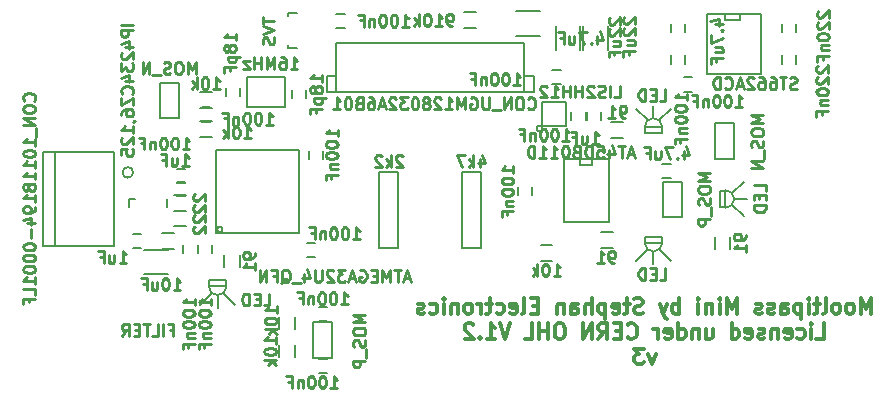
<source format=gbo>
G04 #@! TF.FileFunction,Legend,Bot*
%FSLAX46Y46*%
G04 Gerber Fmt 4.6, Leading zero omitted, Abs format (unit mm)*
G04 Created by KiCad (PCBNEW 4.0.2-stable) date 19/05/2016 18:52:09*
%MOMM*%
G01*
G04 APERTURE LIST*
%ADD10C,0.100000*%
%ADD11C,0.200000*%
%ADD12C,0.300000*%
%ADD13C,0.150000*%
%ADD14C,0.127000*%
%ADD15C,0.250000*%
G04 APERTURE END LIST*
D10*
D11*
X105850000Y-81500000D02*
G75*
G03X105850000Y-81500000I-450000J0D01*
G01*
D12*
X168309520Y-93468095D02*
X168309520Y-92168095D01*
X167876187Y-93096667D01*
X167442854Y-92168095D01*
X167442854Y-93468095D01*
X166638092Y-93468095D02*
X166761901Y-93406190D01*
X166823806Y-93344286D01*
X166885711Y-93220476D01*
X166885711Y-92849048D01*
X166823806Y-92725238D01*
X166761901Y-92663333D01*
X166638092Y-92601429D01*
X166452378Y-92601429D01*
X166328568Y-92663333D01*
X166266663Y-92725238D01*
X166204759Y-92849048D01*
X166204759Y-93220476D01*
X166266663Y-93344286D01*
X166328568Y-93406190D01*
X166452378Y-93468095D01*
X166638092Y-93468095D01*
X165461902Y-93468095D02*
X165585711Y-93406190D01*
X165647616Y-93344286D01*
X165709521Y-93220476D01*
X165709521Y-92849048D01*
X165647616Y-92725238D01*
X165585711Y-92663333D01*
X165461902Y-92601429D01*
X165276188Y-92601429D01*
X165152378Y-92663333D01*
X165090473Y-92725238D01*
X165028569Y-92849048D01*
X165028569Y-93220476D01*
X165090473Y-93344286D01*
X165152378Y-93406190D01*
X165276188Y-93468095D01*
X165461902Y-93468095D01*
X164285712Y-93468095D02*
X164409521Y-93406190D01*
X164471426Y-93282381D01*
X164471426Y-92168095D01*
X163976188Y-92601429D02*
X163480950Y-92601429D01*
X163790474Y-92168095D02*
X163790474Y-93282381D01*
X163728569Y-93406190D01*
X163604760Y-93468095D01*
X163480950Y-93468095D01*
X163047617Y-93468095D02*
X163047617Y-92601429D01*
X163047617Y-92168095D02*
X163109522Y-92230000D01*
X163047617Y-92291905D01*
X162985712Y-92230000D01*
X163047617Y-92168095D01*
X163047617Y-92291905D01*
X162428569Y-92601429D02*
X162428569Y-93901429D01*
X162428569Y-92663333D02*
X162304760Y-92601429D01*
X162057141Y-92601429D01*
X161933331Y-92663333D01*
X161871426Y-92725238D01*
X161809522Y-92849048D01*
X161809522Y-93220476D01*
X161871426Y-93344286D01*
X161933331Y-93406190D01*
X162057141Y-93468095D01*
X162304760Y-93468095D01*
X162428569Y-93406190D01*
X160695236Y-93468095D02*
X160695236Y-92787143D01*
X160757141Y-92663333D01*
X160880951Y-92601429D01*
X161128570Y-92601429D01*
X161252379Y-92663333D01*
X160695236Y-93406190D02*
X160819046Y-93468095D01*
X161128570Y-93468095D01*
X161252379Y-93406190D01*
X161314284Y-93282381D01*
X161314284Y-93158571D01*
X161252379Y-93034762D01*
X161128570Y-92972857D01*
X160819046Y-92972857D01*
X160695236Y-92910952D01*
X160138094Y-93406190D02*
X160014284Y-93468095D01*
X159766665Y-93468095D01*
X159642856Y-93406190D01*
X159580951Y-93282381D01*
X159580951Y-93220476D01*
X159642856Y-93096667D01*
X159766665Y-93034762D01*
X159952380Y-93034762D01*
X160076189Y-92972857D01*
X160138094Y-92849048D01*
X160138094Y-92787143D01*
X160076189Y-92663333D01*
X159952380Y-92601429D01*
X159766665Y-92601429D01*
X159642856Y-92663333D01*
X159085713Y-93406190D02*
X158961903Y-93468095D01*
X158714284Y-93468095D01*
X158590475Y-93406190D01*
X158528570Y-93282381D01*
X158528570Y-93220476D01*
X158590475Y-93096667D01*
X158714284Y-93034762D01*
X158899999Y-93034762D01*
X159023808Y-92972857D01*
X159085713Y-92849048D01*
X159085713Y-92787143D01*
X159023808Y-92663333D01*
X158899999Y-92601429D01*
X158714284Y-92601429D01*
X158590475Y-92663333D01*
X156980951Y-93468095D02*
X156980951Y-92168095D01*
X156547618Y-93096667D01*
X156114285Y-92168095D01*
X156114285Y-93468095D01*
X155495237Y-93468095D02*
X155495237Y-92601429D01*
X155495237Y-92168095D02*
X155557142Y-92230000D01*
X155495237Y-92291905D01*
X155433332Y-92230000D01*
X155495237Y-92168095D01*
X155495237Y-92291905D01*
X154876189Y-92601429D02*
X154876189Y-93468095D01*
X154876189Y-92725238D02*
X154814284Y-92663333D01*
X154690475Y-92601429D01*
X154504761Y-92601429D01*
X154380951Y-92663333D01*
X154319046Y-92787143D01*
X154319046Y-93468095D01*
X153699999Y-93468095D02*
X153699999Y-92601429D01*
X153699999Y-92168095D02*
X153761904Y-92230000D01*
X153699999Y-92291905D01*
X153638094Y-92230000D01*
X153699999Y-92168095D01*
X153699999Y-92291905D01*
X152090475Y-93468095D02*
X152090475Y-92168095D01*
X152090475Y-92663333D02*
X151966666Y-92601429D01*
X151719047Y-92601429D01*
X151595237Y-92663333D01*
X151533332Y-92725238D01*
X151471428Y-92849048D01*
X151471428Y-93220476D01*
X151533332Y-93344286D01*
X151595237Y-93406190D01*
X151719047Y-93468095D01*
X151966666Y-93468095D01*
X152090475Y-93406190D01*
X151038095Y-92601429D02*
X150728571Y-93468095D01*
X150419047Y-92601429D02*
X150728571Y-93468095D01*
X150852380Y-93777619D01*
X150914285Y-93839524D01*
X151038095Y-93901429D01*
X148995238Y-93406190D02*
X148809524Y-93468095D01*
X148500000Y-93468095D01*
X148376190Y-93406190D01*
X148314286Y-93344286D01*
X148252381Y-93220476D01*
X148252381Y-93096667D01*
X148314286Y-92972857D01*
X148376190Y-92910952D01*
X148500000Y-92849048D01*
X148747619Y-92787143D01*
X148871428Y-92725238D01*
X148933333Y-92663333D01*
X148995238Y-92539524D01*
X148995238Y-92415714D01*
X148933333Y-92291905D01*
X148871428Y-92230000D01*
X148747619Y-92168095D01*
X148438095Y-92168095D01*
X148252381Y-92230000D01*
X147880952Y-92601429D02*
X147385714Y-92601429D01*
X147695238Y-92168095D02*
X147695238Y-93282381D01*
X147633333Y-93406190D01*
X147509524Y-93468095D01*
X147385714Y-93468095D01*
X146457143Y-93406190D02*
X146580953Y-93468095D01*
X146828572Y-93468095D01*
X146952381Y-93406190D01*
X147014286Y-93282381D01*
X147014286Y-92787143D01*
X146952381Y-92663333D01*
X146828572Y-92601429D01*
X146580953Y-92601429D01*
X146457143Y-92663333D01*
X146395238Y-92787143D01*
X146395238Y-92910952D01*
X147014286Y-93034762D01*
X145838095Y-92601429D02*
X145838095Y-93901429D01*
X145838095Y-92663333D02*
X145714286Y-92601429D01*
X145466667Y-92601429D01*
X145342857Y-92663333D01*
X145280952Y-92725238D01*
X145219048Y-92849048D01*
X145219048Y-93220476D01*
X145280952Y-93344286D01*
X145342857Y-93406190D01*
X145466667Y-93468095D01*
X145714286Y-93468095D01*
X145838095Y-93406190D01*
X144661905Y-93468095D02*
X144661905Y-92168095D01*
X144104762Y-93468095D02*
X144104762Y-92787143D01*
X144166667Y-92663333D01*
X144290477Y-92601429D01*
X144476191Y-92601429D01*
X144600000Y-92663333D01*
X144661905Y-92725238D01*
X142928572Y-93468095D02*
X142928572Y-92787143D01*
X142990477Y-92663333D01*
X143114287Y-92601429D01*
X143361906Y-92601429D01*
X143485715Y-92663333D01*
X142928572Y-93406190D02*
X143052382Y-93468095D01*
X143361906Y-93468095D01*
X143485715Y-93406190D01*
X143547620Y-93282381D01*
X143547620Y-93158571D01*
X143485715Y-93034762D01*
X143361906Y-92972857D01*
X143052382Y-92972857D01*
X142928572Y-92910952D01*
X142309525Y-92601429D02*
X142309525Y-93468095D01*
X142309525Y-92725238D02*
X142247620Y-92663333D01*
X142123811Y-92601429D01*
X141938097Y-92601429D01*
X141814287Y-92663333D01*
X141752382Y-92787143D01*
X141752382Y-93468095D01*
X140142859Y-92787143D02*
X139709526Y-92787143D01*
X139523812Y-93468095D02*
X140142859Y-93468095D01*
X140142859Y-92168095D01*
X139523812Y-92168095D01*
X138780955Y-93468095D02*
X138904764Y-93406190D01*
X138966669Y-93282381D01*
X138966669Y-92168095D01*
X137790479Y-93406190D02*
X137914289Y-93468095D01*
X138161908Y-93468095D01*
X138285717Y-93406190D01*
X138347622Y-93282381D01*
X138347622Y-92787143D01*
X138285717Y-92663333D01*
X138161908Y-92601429D01*
X137914289Y-92601429D01*
X137790479Y-92663333D01*
X137728574Y-92787143D01*
X137728574Y-92910952D01*
X138347622Y-93034762D01*
X136614288Y-93406190D02*
X136738098Y-93468095D01*
X136985717Y-93468095D01*
X137109526Y-93406190D01*
X137171431Y-93344286D01*
X137233336Y-93220476D01*
X137233336Y-92849048D01*
X137171431Y-92725238D01*
X137109526Y-92663333D01*
X136985717Y-92601429D01*
X136738098Y-92601429D01*
X136614288Y-92663333D01*
X136242859Y-92601429D02*
X135747621Y-92601429D01*
X136057145Y-92168095D02*
X136057145Y-93282381D01*
X135995240Y-93406190D01*
X135871431Y-93468095D01*
X135747621Y-93468095D01*
X135314288Y-93468095D02*
X135314288Y-92601429D01*
X135314288Y-92849048D02*
X135252383Y-92725238D01*
X135190479Y-92663333D01*
X135066669Y-92601429D01*
X134942860Y-92601429D01*
X134323812Y-93468095D02*
X134447621Y-93406190D01*
X134509526Y-93344286D01*
X134571431Y-93220476D01*
X134571431Y-92849048D01*
X134509526Y-92725238D01*
X134447621Y-92663333D01*
X134323812Y-92601429D01*
X134138098Y-92601429D01*
X134014288Y-92663333D01*
X133952383Y-92725238D01*
X133890479Y-92849048D01*
X133890479Y-93220476D01*
X133952383Y-93344286D01*
X134014288Y-93406190D01*
X134138098Y-93468095D01*
X134323812Y-93468095D01*
X133333336Y-92601429D02*
X133333336Y-93468095D01*
X133333336Y-92725238D02*
X133271431Y-92663333D01*
X133147622Y-92601429D01*
X132961908Y-92601429D01*
X132838098Y-92663333D01*
X132776193Y-92787143D01*
X132776193Y-93468095D01*
X132157146Y-93468095D02*
X132157146Y-92601429D01*
X132157146Y-92168095D02*
X132219051Y-92230000D01*
X132157146Y-92291905D01*
X132095241Y-92230000D01*
X132157146Y-92168095D01*
X132157146Y-92291905D01*
X130980955Y-93406190D02*
X131104765Y-93468095D01*
X131352384Y-93468095D01*
X131476193Y-93406190D01*
X131538098Y-93344286D01*
X131600003Y-93220476D01*
X131600003Y-92849048D01*
X131538098Y-92725238D01*
X131476193Y-92663333D01*
X131352384Y-92601429D01*
X131104765Y-92601429D01*
X130980955Y-92663333D01*
X130485717Y-93406190D02*
X130361907Y-93468095D01*
X130114288Y-93468095D01*
X129990479Y-93406190D01*
X129928574Y-93282381D01*
X129928574Y-93220476D01*
X129990479Y-93096667D01*
X130114288Y-93034762D01*
X130300003Y-93034762D01*
X130423812Y-92972857D01*
X130485717Y-92849048D01*
X130485717Y-92787143D01*
X130423812Y-92663333D01*
X130300003Y-92601429D01*
X130114288Y-92601429D01*
X129990479Y-92663333D01*
X163697619Y-95588095D02*
X164316666Y-95588095D01*
X164316666Y-94288095D01*
X163264285Y-95588095D02*
X163264285Y-94721429D01*
X163264285Y-94288095D02*
X163326190Y-94350000D01*
X163264285Y-94411905D01*
X163202380Y-94350000D01*
X163264285Y-94288095D01*
X163264285Y-94411905D01*
X162088094Y-95526190D02*
X162211904Y-95588095D01*
X162459523Y-95588095D01*
X162583332Y-95526190D01*
X162645237Y-95464286D01*
X162707142Y-95340476D01*
X162707142Y-94969048D01*
X162645237Y-94845238D01*
X162583332Y-94783333D01*
X162459523Y-94721429D01*
X162211904Y-94721429D01*
X162088094Y-94783333D01*
X161035713Y-95526190D02*
X161159523Y-95588095D01*
X161407142Y-95588095D01*
X161530951Y-95526190D01*
X161592856Y-95402381D01*
X161592856Y-94907143D01*
X161530951Y-94783333D01*
X161407142Y-94721429D01*
X161159523Y-94721429D01*
X161035713Y-94783333D01*
X160973808Y-94907143D01*
X160973808Y-95030952D01*
X161592856Y-95154762D01*
X160416665Y-94721429D02*
X160416665Y-95588095D01*
X160416665Y-94845238D02*
X160354760Y-94783333D01*
X160230951Y-94721429D01*
X160045237Y-94721429D01*
X159921427Y-94783333D01*
X159859522Y-94907143D01*
X159859522Y-95588095D01*
X159302380Y-95526190D02*
X159178570Y-95588095D01*
X158930951Y-95588095D01*
X158807142Y-95526190D01*
X158745237Y-95402381D01*
X158745237Y-95340476D01*
X158807142Y-95216667D01*
X158930951Y-95154762D01*
X159116666Y-95154762D01*
X159240475Y-95092857D01*
X159302380Y-94969048D01*
X159302380Y-94907143D01*
X159240475Y-94783333D01*
X159116666Y-94721429D01*
X158930951Y-94721429D01*
X158807142Y-94783333D01*
X157692856Y-95526190D02*
X157816666Y-95588095D01*
X158064285Y-95588095D01*
X158188094Y-95526190D01*
X158249999Y-95402381D01*
X158249999Y-94907143D01*
X158188094Y-94783333D01*
X158064285Y-94721429D01*
X157816666Y-94721429D01*
X157692856Y-94783333D01*
X157630951Y-94907143D01*
X157630951Y-95030952D01*
X158249999Y-95154762D01*
X156516665Y-95588095D02*
X156516665Y-94288095D01*
X156516665Y-95526190D02*
X156640475Y-95588095D01*
X156888094Y-95588095D01*
X157011903Y-95526190D01*
X157073808Y-95464286D01*
X157135713Y-95340476D01*
X157135713Y-94969048D01*
X157073808Y-94845238D01*
X157011903Y-94783333D01*
X156888094Y-94721429D01*
X156640475Y-94721429D01*
X156516665Y-94783333D01*
X154349999Y-94721429D02*
X154349999Y-95588095D01*
X154907142Y-94721429D02*
X154907142Y-95402381D01*
X154845237Y-95526190D01*
X154721428Y-95588095D01*
X154535714Y-95588095D01*
X154411904Y-95526190D01*
X154349999Y-95464286D01*
X153730952Y-94721429D02*
X153730952Y-95588095D01*
X153730952Y-94845238D02*
X153669047Y-94783333D01*
X153545238Y-94721429D01*
X153359524Y-94721429D01*
X153235714Y-94783333D01*
X153173809Y-94907143D01*
X153173809Y-95588095D01*
X151997619Y-95588095D02*
X151997619Y-94288095D01*
X151997619Y-95526190D02*
X152121429Y-95588095D01*
X152369048Y-95588095D01*
X152492857Y-95526190D01*
X152554762Y-95464286D01*
X152616667Y-95340476D01*
X152616667Y-94969048D01*
X152554762Y-94845238D01*
X152492857Y-94783333D01*
X152369048Y-94721429D01*
X152121429Y-94721429D01*
X151997619Y-94783333D01*
X150883334Y-95526190D02*
X151007144Y-95588095D01*
X151254763Y-95588095D01*
X151378572Y-95526190D01*
X151440477Y-95402381D01*
X151440477Y-94907143D01*
X151378572Y-94783333D01*
X151254763Y-94721429D01*
X151007144Y-94721429D01*
X150883334Y-94783333D01*
X150821429Y-94907143D01*
X150821429Y-95030952D01*
X151440477Y-95154762D01*
X150264286Y-95588095D02*
X150264286Y-94721429D01*
X150264286Y-94969048D02*
X150202381Y-94845238D01*
X150140477Y-94783333D01*
X150016667Y-94721429D01*
X149892858Y-94721429D01*
X147726191Y-95464286D02*
X147788096Y-95526190D01*
X147973810Y-95588095D01*
X148097620Y-95588095D01*
X148283334Y-95526190D01*
X148407143Y-95402381D01*
X148469048Y-95278571D01*
X148530953Y-95030952D01*
X148530953Y-94845238D01*
X148469048Y-94597619D01*
X148407143Y-94473810D01*
X148283334Y-94350000D01*
X148097620Y-94288095D01*
X147973810Y-94288095D01*
X147788096Y-94350000D01*
X147726191Y-94411905D01*
X147169048Y-94907143D02*
X146735715Y-94907143D01*
X146550001Y-95588095D02*
X147169048Y-95588095D01*
X147169048Y-94288095D01*
X146550001Y-94288095D01*
X145250001Y-95588095D02*
X145683334Y-94969048D01*
X145992858Y-95588095D02*
X145992858Y-94288095D01*
X145497620Y-94288095D01*
X145373811Y-94350000D01*
X145311906Y-94411905D01*
X145250001Y-94535714D01*
X145250001Y-94721429D01*
X145311906Y-94845238D01*
X145373811Y-94907143D01*
X145497620Y-94969048D01*
X145992858Y-94969048D01*
X144692858Y-95588095D02*
X144692858Y-94288095D01*
X143950001Y-95588095D01*
X143950001Y-94288095D01*
X142092858Y-94288095D02*
X141845239Y-94288095D01*
X141721430Y-94350000D01*
X141597620Y-94473810D01*
X141535715Y-94721429D01*
X141535715Y-95154762D01*
X141597620Y-95402381D01*
X141721430Y-95526190D01*
X141845239Y-95588095D01*
X142092858Y-95588095D01*
X142216668Y-95526190D01*
X142340477Y-95402381D01*
X142402382Y-95154762D01*
X142402382Y-94721429D01*
X142340477Y-94473810D01*
X142216668Y-94350000D01*
X142092858Y-94288095D01*
X140978572Y-95588095D02*
X140978572Y-94288095D01*
X140978572Y-94907143D02*
X140235715Y-94907143D01*
X140235715Y-95588095D02*
X140235715Y-94288095D01*
X138997620Y-95588095D02*
X139616667Y-95588095D01*
X139616667Y-94288095D01*
X137759524Y-94288095D02*
X137326191Y-95588095D01*
X136892858Y-94288095D01*
X135778572Y-95588095D02*
X136521429Y-95588095D01*
X136150000Y-95588095D02*
X136150000Y-94288095D01*
X136273810Y-94473810D01*
X136397619Y-94597619D01*
X136521429Y-94659524D01*
X135221429Y-95464286D02*
X135159524Y-95526190D01*
X135221429Y-95588095D01*
X135283334Y-95526190D01*
X135221429Y-95464286D01*
X135221429Y-95588095D01*
X134664286Y-94411905D02*
X134602381Y-94350000D01*
X134478572Y-94288095D01*
X134169048Y-94288095D01*
X134045238Y-94350000D01*
X133983334Y-94411905D01*
X133921429Y-94535714D01*
X133921429Y-94659524D01*
X133983334Y-94845238D01*
X134726191Y-95588095D01*
X133921429Y-95588095D01*
X150078571Y-96841429D02*
X149769047Y-97708095D01*
X149459523Y-96841429D01*
X149088095Y-96408095D02*
X148283333Y-96408095D01*
X148716666Y-96903333D01*
X148530952Y-96903333D01*
X148407142Y-96965238D01*
X148345238Y-97027143D01*
X148283333Y-97150952D01*
X148283333Y-97460476D01*
X148345238Y-97584286D01*
X148407142Y-97646190D01*
X148530952Y-97708095D01*
X148902380Y-97708095D01*
X149026190Y-97646190D01*
X149088095Y-97584286D01*
D13*
X128300000Y-81500000D02*
X128300000Y-87900000D01*
X128300000Y-87900000D02*
X126700000Y-87900000D01*
X126700000Y-87900000D02*
X126700000Y-81500000D01*
X126700000Y-81500000D02*
X128300000Y-81500000D01*
X123050000Y-74700000D02*
X122250000Y-74700000D01*
X122250000Y-74700000D02*
X122250000Y-73300000D01*
X122250000Y-73300000D02*
X123050000Y-73300000D01*
X138950000Y-74700000D02*
X139750000Y-74700000D01*
X139750000Y-74700000D02*
X139750000Y-73300000D01*
X139750000Y-73300000D02*
X138950000Y-73300000D01*
X138950000Y-70500000D02*
X138950000Y-74700000D01*
X138950000Y-74700000D02*
X123050000Y-74700000D01*
X123050000Y-74700000D02*
X123050000Y-70500000D01*
X123050000Y-70500000D02*
X138950000Y-70500000D01*
X151400000Y-71600000D02*
X151400000Y-72300000D01*
X152600000Y-72300000D02*
X152600000Y-71600000D01*
X123050000Y-69250000D02*
X123750000Y-69250000D01*
X123750000Y-68050000D02*
X123050000Y-68050000D01*
X150650000Y-82000000D02*
X151350000Y-82000000D01*
X151350000Y-80800000D02*
X150650000Y-80800000D01*
X152450000Y-74650000D02*
X153150000Y-74650000D01*
X153150000Y-73450000D02*
X152450000Y-73450000D01*
X152600000Y-69650000D02*
X152600000Y-68950000D01*
X151400000Y-68950000D02*
X151400000Y-69650000D01*
X162000000Y-69600000D02*
X162000000Y-68900000D01*
X160800000Y-68900000D02*
X160800000Y-69600000D01*
X160800000Y-71600000D02*
X160800000Y-72300000D01*
X162000000Y-72300000D02*
X162000000Y-71600000D01*
X106550000Y-86700000D02*
X105850000Y-86700000D01*
X105850000Y-87900000D02*
X106550000Y-87900000D01*
X106800000Y-88075000D02*
X108800000Y-88075000D01*
X108800000Y-90125000D02*
X106800000Y-90125000D01*
X110100000Y-87650000D02*
X110100000Y-88350000D01*
X111300000Y-88350000D02*
X111300000Y-87650000D01*
X110250000Y-81200000D02*
X109550000Y-81200000D01*
X109550000Y-82400000D02*
X110250000Y-82400000D01*
X111300000Y-87650000D02*
X111300000Y-88350000D01*
X112500000Y-88350000D02*
X112500000Y-87650000D01*
X112350000Y-76000000D02*
X111650000Y-76000000D01*
X111650000Y-77200000D02*
X112350000Y-77200000D01*
X121900000Y-80400000D02*
X121900000Y-79700000D01*
X120700000Y-79700000D02*
X120700000Y-80400000D01*
X120550000Y-88700000D02*
X121250000Y-88700000D01*
X121250000Y-87500000D02*
X120550000Y-87500000D01*
X146025000Y-69100000D02*
X146025000Y-71100000D01*
X143975000Y-71100000D02*
X143975000Y-69100000D01*
X143725000Y-69100000D02*
X143725000Y-71100000D01*
X141675000Y-71100000D02*
X141675000Y-69100000D01*
X141350000Y-74000000D02*
X142050000Y-74000000D01*
X142050000Y-72800000D02*
X141350000Y-72800000D01*
X140300000Y-69925000D02*
X138300000Y-69925000D01*
X138300000Y-67875000D02*
X140300000Y-67875000D01*
X139600000Y-83450000D02*
X139600000Y-82750000D01*
X138400000Y-82750000D02*
X138400000Y-83450000D01*
X121550000Y-94100000D02*
X122250000Y-94100000D01*
X122250000Y-92900000D02*
X121550000Y-92900000D01*
X122250000Y-97300000D02*
X121550000Y-97300000D01*
X121550000Y-98500000D02*
X122250000Y-98500000D01*
X113700000Y-74350000D02*
X113700000Y-75050000D01*
X114900000Y-75050000D02*
X114900000Y-74350000D01*
X120500000Y-75200000D02*
X120500000Y-74500000D01*
X119300000Y-74500000D02*
X119300000Y-75200000D01*
X110250000Y-82300000D02*
X109550000Y-82300000D01*
X109550000Y-83500000D02*
X110250000Y-83500000D01*
X99200000Y-87750000D02*
X98200000Y-87750000D01*
X98200000Y-87750000D02*
X98200000Y-79750000D01*
X98200000Y-79750000D02*
X99200000Y-79750000D01*
X99200000Y-87750000D02*
X99200000Y-79750000D01*
X99200000Y-79750000D02*
X104250000Y-79750000D01*
X104250000Y-79750000D02*
X104250000Y-87750000D01*
X104250000Y-87750000D02*
X99200000Y-87750000D01*
X109300000Y-86625000D02*
X108300000Y-86625000D01*
X108300000Y-87975000D02*
X109300000Y-87975000D01*
X111500000Y-76075000D02*
X112500000Y-76075000D01*
X112500000Y-74725000D02*
X111500000Y-74725000D01*
X133900000Y-69275000D02*
X134900000Y-69275000D01*
X134900000Y-67925000D02*
X133900000Y-67925000D01*
X135300000Y-81500000D02*
X135300000Y-87900000D01*
X135300000Y-87900000D02*
X133700000Y-87900000D01*
X133700000Y-87900000D02*
X133700000Y-81500000D01*
X133700000Y-81500000D02*
X135300000Y-81500000D01*
X111500000Y-78475000D02*
X112500000Y-78475000D01*
X112500000Y-77125000D02*
X111500000Y-77125000D01*
X110300000Y-83425000D02*
X109300000Y-83425000D01*
X109300000Y-84775000D02*
X110300000Y-84775000D01*
X110300000Y-84725000D02*
X109300000Y-84725000D01*
X109300000Y-86075000D02*
X110300000Y-86075000D01*
X105499800Y-83749480D02*
X105990020Y-83749480D01*
X105499800Y-84450520D02*
X105499800Y-83749480D01*
X108700200Y-84450520D02*
X108700200Y-83749480D01*
X154414000Y-68060000D02*
X154414000Y-73140000D01*
X154414000Y-73140000D02*
X158986000Y-73140000D01*
X158986000Y-73140000D02*
X158986000Y-68060000D01*
X158986000Y-68060000D02*
X154414000Y-68060000D01*
X155938000Y-68060000D02*
X155938000Y-68568000D01*
X155938000Y-68568000D02*
X157208000Y-68568000D01*
X157208000Y-68568000D02*
X157208000Y-68060000D01*
D14*
X145978000Y-80333000D02*
X146105000Y-80333000D01*
X146105000Y-80333000D02*
X146105000Y-85667000D01*
X142295000Y-85667000D02*
X142295000Y-80333000D01*
X142295000Y-80333000D02*
X145978000Y-80333000D01*
X143692000Y-80333000D02*
X143692000Y-80841000D01*
X143692000Y-80841000D02*
X144708000Y-80841000D01*
X144708000Y-80841000D02*
X144708000Y-80333000D01*
X142295000Y-85667000D02*
X146105000Y-85667000D01*
D13*
X113423607Y-86300000D02*
G75*
G03X113423607Y-86300000I-223607J0D01*
G01*
X112900000Y-86600000D02*
X119900000Y-86600000D01*
X119900000Y-86600000D02*
X119900000Y-79600000D01*
X119900000Y-79600000D02*
X112900000Y-79600000D01*
X112900000Y-79600000D02*
X112900000Y-86600000D01*
X115500000Y-75950000D02*
X118700000Y-75950000D01*
X118700000Y-75950000D02*
X118700000Y-73450000D01*
X118700000Y-73450000D02*
X115500000Y-73450000D01*
X115500000Y-73450000D02*
X115500000Y-75950000D01*
X118999760Y-70799160D02*
X118999760Y-70750900D01*
X119700800Y-68000180D02*
X118999760Y-68000180D01*
X118999760Y-68000180D02*
X118999760Y-68249100D01*
X118999760Y-70799160D02*
X118999760Y-70999820D01*
X118999760Y-70999820D02*
X119700800Y-70999820D01*
X152300000Y-85300000D02*
X152300000Y-82300000D01*
X152300000Y-82300000D02*
X150700000Y-82300000D01*
X150700000Y-82300000D02*
X150700000Y-85300000D01*
X150700000Y-85300000D02*
X152300000Y-85300000D01*
X109700000Y-76900000D02*
X109700000Y-73900000D01*
X109700000Y-73900000D02*
X108100000Y-73900000D01*
X108100000Y-73900000D02*
X108100000Y-76900000D01*
X108100000Y-76900000D02*
X109700000Y-76900000D01*
X122700000Y-97200000D02*
X122700000Y-94200000D01*
X122700000Y-94200000D02*
X121100000Y-94200000D01*
X121100000Y-94200000D02*
X121100000Y-97200000D01*
X121100000Y-97200000D02*
X122700000Y-97200000D01*
X119575000Y-97100000D02*
X119575000Y-96100000D01*
X118225000Y-96100000D02*
X118225000Y-97100000D01*
X156700000Y-80350000D02*
X156700000Y-77350000D01*
X156700000Y-77350000D02*
X155100000Y-77350000D01*
X155100000Y-77350000D02*
X155100000Y-80350000D01*
X155100000Y-80350000D02*
X156700000Y-80350000D01*
X114875000Y-89500000D02*
X114875000Y-88500000D01*
X113525000Y-88500000D02*
X113525000Y-89500000D01*
X146500000Y-86525000D02*
X145500000Y-86525000D01*
X145500000Y-87875000D02*
X146500000Y-87875000D01*
X155075000Y-87000000D02*
X155075000Y-88000000D01*
X156425000Y-88000000D02*
X156425000Y-87000000D01*
X147300000Y-77225000D02*
X146300000Y-77225000D01*
X146300000Y-78575000D02*
X147300000Y-78575000D01*
X112500000Y-91700000D02*
X111550000Y-92700000D01*
X113000000Y-91900000D02*
X113000000Y-92950000D01*
X113500000Y-91700000D02*
X114450000Y-92700000D01*
X113000000Y-91900000D02*
G75*
G02X112250000Y-91150000I0J750000D01*
G01*
X113750000Y-91150000D02*
G75*
G02X113000000Y-91900000I-750000J0D01*
G01*
X113700000Y-91150000D02*
X112300000Y-91150000D01*
X112300000Y-91150000D02*
X112300000Y-90650000D01*
X112300000Y-90650000D02*
X113700000Y-90650000D01*
X113700000Y-90650000D02*
X113700000Y-91150000D01*
X149400000Y-88000000D02*
X148450000Y-89000000D01*
X149900000Y-88200000D02*
X149900000Y-89250000D01*
X150400000Y-88000000D02*
X151350000Y-89000000D01*
X149900000Y-88200000D02*
G75*
G02X149150000Y-87450000I0J750000D01*
G01*
X150650000Y-87450000D02*
G75*
G02X149900000Y-88200000I-750000J0D01*
G01*
X150600000Y-87450000D02*
X149200000Y-87450000D01*
X149200000Y-87450000D02*
X149200000Y-86950000D01*
X149200000Y-86950000D02*
X150600000Y-86950000D01*
X150600000Y-86950000D02*
X150600000Y-87450000D01*
X156550000Y-84250000D02*
X157550000Y-85200000D01*
X156750000Y-83750000D02*
X157800000Y-83750000D01*
X156550000Y-83250000D02*
X157550000Y-82300000D01*
X156750000Y-83750000D02*
G75*
G02X156000000Y-84500000I-750000J0D01*
G01*
X156000000Y-83000000D02*
G75*
G02X156750000Y-83750000I0J-750000D01*
G01*
X156000000Y-83050000D02*
X156000000Y-84450000D01*
X156000000Y-84450000D02*
X155500000Y-84450000D01*
X155500000Y-84450000D02*
X155500000Y-83050000D01*
X155500000Y-83050000D02*
X156000000Y-83050000D01*
X150400000Y-77100000D02*
X151350000Y-76100000D01*
X149900000Y-76900000D02*
X149900000Y-75850000D01*
X149400000Y-77100000D02*
X148450000Y-76100000D01*
X149900000Y-76900000D02*
G75*
G02X150650000Y-77650000I0J-750000D01*
G01*
X149150000Y-77650000D02*
G75*
G02X149900000Y-76900000I750000J0D01*
G01*
X149200000Y-77650000D02*
X150600000Y-77650000D01*
X150600000Y-77650000D02*
X150600000Y-78150000D01*
X150600000Y-78150000D02*
X149200000Y-78150000D01*
X149200000Y-78150000D02*
X149200000Y-77650000D01*
X141350000Y-87675000D02*
X140350000Y-87675000D01*
X140350000Y-89025000D02*
X141350000Y-89025000D01*
X145500000Y-77050000D02*
X145500000Y-76350000D01*
X144300000Y-76350000D02*
X144300000Y-77050000D01*
X144150000Y-77050000D02*
X144150000Y-76350000D01*
X142950000Y-76350000D02*
X142950000Y-77050000D01*
X118225000Y-93750000D02*
X118225000Y-94750000D01*
X119575000Y-94750000D02*
X119575000Y-93750000D01*
X140500000Y-77800000D02*
G75*
G03X140500000Y-77800000I-250000J0D01*
G01*
X140500000Y-77550000D02*
X142500000Y-77550000D01*
X142500000Y-77550000D02*
X142500000Y-75550000D01*
X142500000Y-75550000D02*
X140500000Y-75550000D01*
X140500000Y-75550000D02*
X140500000Y-77550000D01*
D15*
X128666667Y-80147619D02*
X128619048Y-80100000D01*
X128523810Y-80052381D01*
X128285714Y-80052381D01*
X128190476Y-80100000D01*
X128142857Y-80147619D01*
X128095238Y-80242857D01*
X128095238Y-80338095D01*
X128142857Y-80480952D01*
X128714286Y-81052381D01*
X128095238Y-81052381D01*
X127666667Y-81052381D02*
X127666667Y-80052381D01*
X127571429Y-80671429D02*
X127285714Y-81052381D01*
X127285714Y-80385714D02*
X127666667Y-80766667D01*
X126904762Y-80147619D02*
X126857143Y-80100000D01*
X126761905Y-80052381D01*
X126523809Y-80052381D01*
X126428571Y-80100000D01*
X126380952Y-80147619D01*
X126333333Y-80242857D01*
X126333333Y-80338095D01*
X126380952Y-80480952D01*
X126952381Y-81052381D01*
X126333333Y-81052381D01*
X139278571Y-76057143D02*
X139326190Y-76104762D01*
X139469047Y-76152381D01*
X139564285Y-76152381D01*
X139707143Y-76104762D01*
X139802381Y-76009524D01*
X139850000Y-75914286D01*
X139897619Y-75723810D01*
X139897619Y-75580952D01*
X139850000Y-75390476D01*
X139802381Y-75295238D01*
X139707143Y-75200000D01*
X139564285Y-75152381D01*
X139469047Y-75152381D01*
X139326190Y-75200000D01*
X139278571Y-75247619D01*
X138659524Y-75152381D02*
X138469047Y-75152381D01*
X138373809Y-75200000D01*
X138278571Y-75295238D01*
X138230952Y-75485714D01*
X138230952Y-75819048D01*
X138278571Y-76009524D01*
X138373809Y-76104762D01*
X138469047Y-76152381D01*
X138659524Y-76152381D01*
X138754762Y-76104762D01*
X138850000Y-76009524D01*
X138897619Y-75819048D01*
X138897619Y-75485714D01*
X138850000Y-75295238D01*
X138754762Y-75200000D01*
X138659524Y-75152381D01*
X137802381Y-76152381D02*
X137802381Y-75152381D01*
X137230952Y-76152381D01*
X137230952Y-75152381D01*
X136992857Y-76247619D02*
X136230952Y-76247619D01*
X135992857Y-75152381D02*
X135992857Y-75961905D01*
X135945238Y-76057143D01*
X135897619Y-76104762D01*
X135802381Y-76152381D01*
X135611904Y-76152381D01*
X135516666Y-76104762D01*
X135469047Y-76057143D01*
X135421428Y-75961905D01*
X135421428Y-75152381D01*
X134421428Y-75200000D02*
X134516666Y-75152381D01*
X134659523Y-75152381D01*
X134802381Y-75200000D01*
X134897619Y-75295238D01*
X134945238Y-75390476D01*
X134992857Y-75580952D01*
X134992857Y-75723810D01*
X134945238Y-75914286D01*
X134897619Y-76009524D01*
X134802381Y-76104762D01*
X134659523Y-76152381D01*
X134564285Y-76152381D01*
X134421428Y-76104762D01*
X134373809Y-76057143D01*
X134373809Y-75723810D01*
X134564285Y-75723810D01*
X133945238Y-76152381D02*
X133945238Y-75152381D01*
X133611904Y-75866667D01*
X133278571Y-75152381D01*
X133278571Y-76152381D01*
X132278571Y-76152381D02*
X132850000Y-76152381D01*
X132564286Y-76152381D02*
X132564286Y-75152381D01*
X132659524Y-75295238D01*
X132754762Y-75390476D01*
X132850000Y-75438095D01*
X131897619Y-75247619D02*
X131850000Y-75200000D01*
X131754762Y-75152381D01*
X131516666Y-75152381D01*
X131421428Y-75200000D01*
X131373809Y-75247619D01*
X131326190Y-75342857D01*
X131326190Y-75438095D01*
X131373809Y-75580952D01*
X131945238Y-76152381D01*
X131326190Y-76152381D01*
X130754762Y-75580952D02*
X130850000Y-75533333D01*
X130897619Y-75485714D01*
X130945238Y-75390476D01*
X130945238Y-75342857D01*
X130897619Y-75247619D01*
X130850000Y-75200000D01*
X130754762Y-75152381D01*
X130564285Y-75152381D01*
X130469047Y-75200000D01*
X130421428Y-75247619D01*
X130373809Y-75342857D01*
X130373809Y-75390476D01*
X130421428Y-75485714D01*
X130469047Y-75533333D01*
X130564285Y-75580952D01*
X130754762Y-75580952D01*
X130850000Y-75628571D01*
X130897619Y-75676190D01*
X130945238Y-75771429D01*
X130945238Y-75961905D01*
X130897619Y-76057143D01*
X130850000Y-76104762D01*
X130754762Y-76152381D01*
X130564285Y-76152381D01*
X130469047Y-76104762D01*
X130421428Y-76057143D01*
X130373809Y-75961905D01*
X130373809Y-75771429D01*
X130421428Y-75676190D01*
X130469047Y-75628571D01*
X130564285Y-75580952D01*
X129754762Y-75152381D02*
X129659523Y-75152381D01*
X129564285Y-75200000D01*
X129516666Y-75247619D01*
X129469047Y-75342857D01*
X129421428Y-75533333D01*
X129421428Y-75771429D01*
X129469047Y-75961905D01*
X129516666Y-76057143D01*
X129564285Y-76104762D01*
X129659523Y-76152381D01*
X129754762Y-76152381D01*
X129850000Y-76104762D01*
X129897619Y-76057143D01*
X129945238Y-75961905D01*
X129992857Y-75771429D01*
X129992857Y-75533333D01*
X129945238Y-75342857D01*
X129897619Y-75247619D01*
X129850000Y-75200000D01*
X129754762Y-75152381D01*
X129088095Y-75152381D02*
X128469047Y-75152381D01*
X128802381Y-75533333D01*
X128659523Y-75533333D01*
X128564285Y-75580952D01*
X128516666Y-75628571D01*
X128469047Y-75723810D01*
X128469047Y-75961905D01*
X128516666Y-76057143D01*
X128564285Y-76104762D01*
X128659523Y-76152381D01*
X128945238Y-76152381D01*
X129040476Y-76104762D01*
X129088095Y-76057143D01*
X128088095Y-75247619D02*
X128040476Y-75200000D01*
X127945238Y-75152381D01*
X127707142Y-75152381D01*
X127611904Y-75200000D01*
X127564285Y-75247619D01*
X127516666Y-75342857D01*
X127516666Y-75438095D01*
X127564285Y-75580952D01*
X128135714Y-76152381D01*
X127516666Y-76152381D01*
X127135714Y-75866667D02*
X126659523Y-75866667D01*
X127230952Y-76152381D02*
X126897619Y-75152381D01*
X126564285Y-76152381D01*
X125802380Y-75152381D02*
X125992857Y-75152381D01*
X126088095Y-75200000D01*
X126135714Y-75247619D01*
X126230952Y-75390476D01*
X126278571Y-75580952D01*
X126278571Y-75961905D01*
X126230952Y-76057143D01*
X126183333Y-76104762D01*
X126088095Y-76152381D01*
X125897618Y-76152381D01*
X125802380Y-76104762D01*
X125754761Y-76057143D01*
X125707142Y-75961905D01*
X125707142Y-75723810D01*
X125754761Y-75628571D01*
X125802380Y-75580952D01*
X125897618Y-75533333D01*
X126088095Y-75533333D01*
X126183333Y-75580952D01*
X126230952Y-75628571D01*
X126278571Y-75723810D01*
X124945237Y-75628571D02*
X124802380Y-75676190D01*
X124754761Y-75723810D01*
X124707142Y-75819048D01*
X124707142Y-75961905D01*
X124754761Y-76057143D01*
X124802380Y-76104762D01*
X124897618Y-76152381D01*
X125278571Y-76152381D01*
X125278571Y-75152381D01*
X124945237Y-75152381D01*
X124849999Y-75200000D01*
X124802380Y-75247619D01*
X124754761Y-75342857D01*
X124754761Y-75438095D01*
X124802380Y-75533333D01*
X124849999Y-75580952D01*
X124945237Y-75628571D01*
X125278571Y-75628571D01*
X124088095Y-75152381D02*
X123992856Y-75152381D01*
X123897618Y-75200000D01*
X123849999Y-75247619D01*
X123802380Y-75342857D01*
X123754761Y-75533333D01*
X123754761Y-75771429D01*
X123802380Y-75961905D01*
X123849999Y-76057143D01*
X123897618Y-76104762D01*
X123992856Y-76152381D01*
X124088095Y-76152381D01*
X124183333Y-76104762D01*
X124230952Y-76057143D01*
X124278571Y-75961905D01*
X124326190Y-75771429D01*
X124326190Y-75533333D01*
X124278571Y-75342857D01*
X124230952Y-75247619D01*
X124183333Y-75200000D01*
X124088095Y-75152381D01*
X122802380Y-76152381D02*
X123373809Y-76152381D01*
X123088095Y-76152381D02*
X123088095Y-75152381D01*
X123183333Y-75295238D01*
X123278571Y-75390476D01*
X123373809Y-75438095D01*
X152702381Y-75402381D02*
X152702381Y-74830952D01*
X152702381Y-75116666D02*
X151702381Y-75116666D01*
X151845238Y-75021428D01*
X151940476Y-74926190D01*
X151988095Y-74830952D01*
X151702381Y-76021428D02*
X151702381Y-76116667D01*
X151750000Y-76211905D01*
X151797619Y-76259524D01*
X151892857Y-76307143D01*
X152083333Y-76354762D01*
X152321429Y-76354762D01*
X152511905Y-76307143D01*
X152607143Y-76259524D01*
X152654762Y-76211905D01*
X152702381Y-76116667D01*
X152702381Y-76021428D01*
X152654762Y-75926190D01*
X152607143Y-75878571D01*
X152511905Y-75830952D01*
X152321429Y-75783333D01*
X152083333Y-75783333D01*
X151892857Y-75830952D01*
X151797619Y-75878571D01*
X151750000Y-75926190D01*
X151702381Y-76021428D01*
X151702381Y-76973809D02*
X151702381Y-77069048D01*
X151750000Y-77164286D01*
X151797619Y-77211905D01*
X151892857Y-77259524D01*
X152083333Y-77307143D01*
X152321429Y-77307143D01*
X152511905Y-77259524D01*
X152607143Y-77211905D01*
X152654762Y-77164286D01*
X152702381Y-77069048D01*
X152702381Y-76973809D01*
X152654762Y-76878571D01*
X152607143Y-76830952D01*
X152511905Y-76783333D01*
X152321429Y-76735714D01*
X152083333Y-76735714D01*
X151892857Y-76783333D01*
X151797619Y-76830952D01*
X151750000Y-76878571D01*
X151702381Y-76973809D01*
X152035714Y-77735714D02*
X152702381Y-77735714D01*
X152130952Y-77735714D02*
X152083333Y-77783333D01*
X152035714Y-77878571D01*
X152035714Y-78021429D01*
X152083333Y-78116667D01*
X152178571Y-78164286D01*
X152702381Y-78164286D01*
X152178571Y-78973810D02*
X152178571Y-78640476D01*
X152702381Y-78640476D02*
X151702381Y-78640476D01*
X151702381Y-79116667D01*
X128597619Y-69152381D02*
X129169048Y-69152381D01*
X128883334Y-69152381D02*
X128883334Y-68152381D01*
X128978572Y-68295238D01*
X129073810Y-68390476D01*
X129169048Y-68438095D01*
X127978572Y-68152381D02*
X127883333Y-68152381D01*
X127788095Y-68200000D01*
X127740476Y-68247619D01*
X127692857Y-68342857D01*
X127645238Y-68533333D01*
X127645238Y-68771429D01*
X127692857Y-68961905D01*
X127740476Y-69057143D01*
X127788095Y-69104762D01*
X127883333Y-69152381D01*
X127978572Y-69152381D01*
X128073810Y-69104762D01*
X128121429Y-69057143D01*
X128169048Y-68961905D01*
X128216667Y-68771429D01*
X128216667Y-68533333D01*
X128169048Y-68342857D01*
X128121429Y-68247619D01*
X128073810Y-68200000D01*
X127978572Y-68152381D01*
X127026191Y-68152381D02*
X126930952Y-68152381D01*
X126835714Y-68200000D01*
X126788095Y-68247619D01*
X126740476Y-68342857D01*
X126692857Y-68533333D01*
X126692857Y-68771429D01*
X126740476Y-68961905D01*
X126788095Y-69057143D01*
X126835714Y-69104762D01*
X126930952Y-69152381D01*
X127026191Y-69152381D01*
X127121429Y-69104762D01*
X127169048Y-69057143D01*
X127216667Y-68961905D01*
X127264286Y-68771429D01*
X127264286Y-68533333D01*
X127216667Y-68342857D01*
X127169048Y-68247619D01*
X127121429Y-68200000D01*
X127026191Y-68152381D01*
X126264286Y-68485714D02*
X126264286Y-69152381D01*
X126264286Y-68580952D02*
X126216667Y-68533333D01*
X126121429Y-68485714D01*
X125978571Y-68485714D01*
X125883333Y-68533333D01*
X125835714Y-68628571D01*
X125835714Y-69152381D01*
X125026190Y-68628571D02*
X125359524Y-68628571D01*
X125359524Y-69152381D02*
X125359524Y-68152381D01*
X124883333Y-68152381D01*
X152454761Y-79685714D02*
X152454761Y-80352381D01*
X152692857Y-79304762D02*
X152930952Y-80019048D01*
X152311904Y-80019048D01*
X151930952Y-80257143D02*
X151883333Y-80304762D01*
X151930952Y-80352381D01*
X151978571Y-80304762D01*
X151930952Y-80257143D01*
X151930952Y-80352381D01*
X151550000Y-79352381D02*
X150883333Y-79352381D01*
X151311905Y-80352381D01*
X150073809Y-79685714D02*
X150073809Y-80352381D01*
X150502381Y-79685714D02*
X150502381Y-80209524D01*
X150454762Y-80304762D01*
X150359524Y-80352381D01*
X150216666Y-80352381D01*
X150121428Y-80304762D01*
X150073809Y-80257143D01*
X149264285Y-79828571D02*
X149597619Y-79828571D01*
X149597619Y-80352381D02*
X149597619Y-79352381D01*
X149121428Y-79352381D01*
X156847619Y-75952381D02*
X157419048Y-75952381D01*
X157133334Y-75952381D02*
X157133334Y-74952381D01*
X157228572Y-75095238D01*
X157323810Y-75190476D01*
X157419048Y-75238095D01*
X156228572Y-74952381D02*
X156133333Y-74952381D01*
X156038095Y-75000000D01*
X155990476Y-75047619D01*
X155942857Y-75142857D01*
X155895238Y-75333333D01*
X155895238Y-75571429D01*
X155942857Y-75761905D01*
X155990476Y-75857143D01*
X156038095Y-75904762D01*
X156133333Y-75952381D01*
X156228572Y-75952381D01*
X156323810Y-75904762D01*
X156371429Y-75857143D01*
X156419048Y-75761905D01*
X156466667Y-75571429D01*
X156466667Y-75333333D01*
X156419048Y-75142857D01*
X156371429Y-75047619D01*
X156323810Y-75000000D01*
X156228572Y-74952381D01*
X155276191Y-74952381D02*
X155180952Y-74952381D01*
X155085714Y-75000000D01*
X155038095Y-75047619D01*
X154990476Y-75142857D01*
X154942857Y-75333333D01*
X154942857Y-75571429D01*
X154990476Y-75761905D01*
X155038095Y-75857143D01*
X155085714Y-75904762D01*
X155180952Y-75952381D01*
X155276191Y-75952381D01*
X155371429Y-75904762D01*
X155419048Y-75857143D01*
X155466667Y-75761905D01*
X155514286Y-75571429D01*
X155514286Y-75333333D01*
X155466667Y-75142857D01*
X155419048Y-75047619D01*
X155371429Y-75000000D01*
X155276191Y-74952381D01*
X154514286Y-75285714D02*
X154514286Y-75952381D01*
X154514286Y-75380952D02*
X154466667Y-75333333D01*
X154371429Y-75285714D01*
X154228571Y-75285714D01*
X154133333Y-75333333D01*
X154085714Y-75428571D01*
X154085714Y-75952381D01*
X153276190Y-75428571D02*
X153609524Y-75428571D01*
X153609524Y-75952381D02*
X153609524Y-74952381D01*
X153133333Y-74952381D01*
X155085714Y-68945239D02*
X155752381Y-68945239D01*
X154704762Y-68707143D02*
X155419048Y-68469048D01*
X155419048Y-69088096D01*
X155657143Y-69469048D02*
X155704762Y-69516667D01*
X155752381Y-69469048D01*
X155704762Y-69421429D01*
X155657143Y-69469048D01*
X155752381Y-69469048D01*
X154752381Y-69850000D02*
X154752381Y-70516667D01*
X155752381Y-70088095D01*
X155085714Y-71326191D02*
X155752381Y-71326191D01*
X155085714Y-70897619D02*
X155609524Y-70897619D01*
X155704762Y-70945238D01*
X155752381Y-71040476D01*
X155752381Y-71183334D01*
X155704762Y-71278572D01*
X155657143Y-71326191D01*
X155228571Y-72135715D02*
X155228571Y-71802381D01*
X155752381Y-71802381D02*
X154752381Y-71802381D01*
X154752381Y-72278572D01*
X163847619Y-67830952D02*
X163800000Y-67878571D01*
X163752381Y-67973809D01*
X163752381Y-68211905D01*
X163800000Y-68307143D01*
X163847619Y-68354762D01*
X163942857Y-68402381D01*
X164038095Y-68402381D01*
X164180952Y-68354762D01*
X164752381Y-67783333D01*
X164752381Y-68402381D01*
X163847619Y-68783333D02*
X163800000Y-68830952D01*
X163752381Y-68926190D01*
X163752381Y-69164286D01*
X163800000Y-69259524D01*
X163847619Y-69307143D01*
X163942857Y-69354762D01*
X164038095Y-69354762D01*
X164180952Y-69307143D01*
X164752381Y-68735714D01*
X164752381Y-69354762D01*
X163752381Y-69973809D02*
X163752381Y-70069048D01*
X163800000Y-70164286D01*
X163847619Y-70211905D01*
X163942857Y-70259524D01*
X164133333Y-70307143D01*
X164371429Y-70307143D01*
X164561905Y-70259524D01*
X164657143Y-70211905D01*
X164704762Y-70164286D01*
X164752381Y-70069048D01*
X164752381Y-69973809D01*
X164704762Y-69878571D01*
X164657143Y-69830952D01*
X164561905Y-69783333D01*
X164371429Y-69735714D01*
X164133333Y-69735714D01*
X163942857Y-69783333D01*
X163847619Y-69830952D01*
X163800000Y-69878571D01*
X163752381Y-69973809D01*
X164085714Y-70735714D02*
X164752381Y-70735714D01*
X164180952Y-70735714D02*
X164133333Y-70783333D01*
X164085714Y-70878571D01*
X164085714Y-71021429D01*
X164133333Y-71116667D01*
X164228571Y-71164286D01*
X164752381Y-71164286D01*
X164228571Y-71973810D02*
X164228571Y-71640476D01*
X164752381Y-71640476D02*
X163752381Y-71640476D01*
X163752381Y-72116667D01*
X163797619Y-72480952D02*
X163750000Y-72528571D01*
X163702381Y-72623809D01*
X163702381Y-72861905D01*
X163750000Y-72957143D01*
X163797619Y-73004762D01*
X163892857Y-73052381D01*
X163988095Y-73052381D01*
X164130952Y-73004762D01*
X164702381Y-72433333D01*
X164702381Y-73052381D01*
X163797619Y-73433333D02*
X163750000Y-73480952D01*
X163702381Y-73576190D01*
X163702381Y-73814286D01*
X163750000Y-73909524D01*
X163797619Y-73957143D01*
X163892857Y-74004762D01*
X163988095Y-74004762D01*
X164130952Y-73957143D01*
X164702381Y-73385714D01*
X164702381Y-74004762D01*
X163702381Y-74623809D02*
X163702381Y-74719048D01*
X163750000Y-74814286D01*
X163797619Y-74861905D01*
X163892857Y-74909524D01*
X164083333Y-74957143D01*
X164321429Y-74957143D01*
X164511905Y-74909524D01*
X164607143Y-74861905D01*
X164654762Y-74814286D01*
X164702381Y-74719048D01*
X164702381Y-74623809D01*
X164654762Y-74528571D01*
X164607143Y-74480952D01*
X164511905Y-74433333D01*
X164321429Y-74385714D01*
X164083333Y-74385714D01*
X163892857Y-74433333D01*
X163797619Y-74480952D01*
X163750000Y-74528571D01*
X163702381Y-74623809D01*
X164035714Y-75385714D02*
X164702381Y-75385714D01*
X164130952Y-75385714D02*
X164083333Y-75433333D01*
X164035714Y-75528571D01*
X164035714Y-75671429D01*
X164083333Y-75766667D01*
X164178571Y-75814286D01*
X164702381Y-75814286D01*
X164178571Y-76623810D02*
X164178571Y-76290476D01*
X164702381Y-76290476D02*
X163702381Y-76290476D01*
X163702381Y-76766667D01*
X104695238Y-89152381D02*
X105266667Y-89152381D01*
X104980953Y-89152381D02*
X104980953Y-88152381D01*
X105076191Y-88295238D01*
X105171429Y-88390476D01*
X105266667Y-88438095D01*
X103838095Y-88485714D02*
X103838095Y-89152381D01*
X104266667Y-88485714D02*
X104266667Y-89009524D01*
X104219048Y-89104762D01*
X104123810Y-89152381D01*
X103980952Y-89152381D01*
X103885714Y-89104762D01*
X103838095Y-89057143D01*
X103028571Y-88628571D02*
X103361905Y-88628571D01*
X103361905Y-89152381D02*
X103361905Y-88152381D01*
X102885714Y-88152381D01*
X109271428Y-91452381D02*
X109842857Y-91452381D01*
X109557143Y-91452381D02*
X109557143Y-90452381D01*
X109652381Y-90595238D01*
X109747619Y-90690476D01*
X109842857Y-90738095D01*
X108652381Y-90452381D02*
X108557142Y-90452381D01*
X108461904Y-90500000D01*
X108414285Y-90547619D01*
X108366666Y-90642857D01*
X108319047Y-90833333D01*
X108319047Y-91071429D01*
X108366666Y-91261905D01*
X108414285Y-91357143D01*
X108461904Y-91404762D01*
X108557142Y-91452381D01*
X108652381Y-91452381D01*
X108747619Y-91404762D01*
X108795238Y-91357143D01*
X108842857Y-91261905D01*
X108890476Y-91071429D01*
X108890476Y-90833333D01*
X108842857Y-90642857D01*
X108795238Y-90547619D01*
X108747619Y-90500000D01*
X108652381Y-90452381D01*
X107461904Y-90785714D02*
X107461904Y-91452381D01*
X107890476Y-90785714D02*
X107890476Y-91309524D01*
X107842857Y-91404762D01*
X107747619Y-91452381D01*
X107604761Y-91452381D01*
X107509523Y-91404762D01*
X107461904Y-91357143D01*
X106652380Y-90928571D02*
X106985714Y-90928571D01*
X106985714Y-91452381D02*
X106985714Y-90452381D01*
X106509523Y-90452381D01*
X111052381Y-92752381D02*
X111052381Y-92180952D01*
X111052381Y-92466666D02*
X110052381Y-92466666D01*
X110195238Y-92371428D01*
X110290476Y-92276190D01*
X110338095Y-92180952D01*
X110052381Y-93371428D02*
X110052381Y-93466667D01*
X110100000Y-93561905D01*
X110147619Y-93609524D01*
X110242857Y-93657143D01*
X110433333Y-93704762D01*
X110671429Y-93704762D01*
X110861905Y-93657143D01*
X110957143Y-93609524D01*
X111004762Y-93561905D01*
X111052381Y-93466667D01*
X111052381Y-93371428D01*
X111004762Y-93276190D01*
X110957143Y-93228571D01*
X110861905Y-93180952D01*
X110671429Y-93133333D01*
X110433333Y-93133333D01*
X110242857Y-93180952D01*
X110147619Y-93228571D01*
X110100000Y-93276190D01*
X110052381Y-93371428D01*
X110052381Y-94323809D02*
X110052381Y-94419048D01*
X110100000Y-94514286D01*
X110147619Y-94561905D01*
X110242857Y-94609524D01*
X110433333Y-94657143D01*
X110671429Y-94657143D01*
X110861905Y-94609524D01*
X110957143Y-94561905D01*
X111004762Y-94514286D01*
X111052381Y-94419048D01*
X111052381Y-94323809D01*
X111004762Y-94228571D01*
X110957143Y-94180952D01*
X110861905Y-94133333D01*
X110671429Y-94085714D01*
X110433333Y-94085714D01*
X110242857Y-94133333D01*
X110147619Y-94180952D01*
X110100000Y-94228571D01*
X110052381Y-94323809D01*
X110385714Y-95085714D02*
X111052381Y-95085714D01*
X110480952Y-95085714D02*
X110433333Y-95133333D01*
X110385714Y-95228571D01*
X110385714Y-95371429D01*
X110433333Y-95466667D01*
X110528571Y-95514286D01*
X111052381Y-95514286D01*
X110528571Y-96323810D02*
X110528571Y-95990476D01*
X111052381Y-95990476D02*
X110052381Y-95990476D01*
X110052381Y-96466667D01*
X110047619Y-79552381D02*
X110619048Y-79552381D01*
X110333334Y-79552381D02*
X110333334Y-78552381D01*
X110428572Y-78695238D01*
X110523810Y-78790476D01*
X110619048Y-78838095D01*
X109428572Y-78552381D02*
X109333333Y-78552381D01*
X109238095Y-78600000D01*
X109190476Y-78647619D01*
X109142857Y-78742857D01*
X109095238Y-78933333D01*
X109095238Y-79171429D01*
X109142857Y-79361905D01*
X109190476Y-79457143D01*
X109238095Y-79504762D01*
X109333333Y-79552381D01*
X109428572Y-79552381D01*
X109523810Y-79504762D01*
X109571429Y-79457143D01*
X109619048Y-79361905D01*
X109666667Y-79171429D01*
X109666667Y-78933333D01*
X109619048Y-78742857D01*
X109571429Y-78647619D01*
X109523810Y-78600000D01*
X109428572Y-78552381D01*
X108476191Y-78552381D02*
X108380952Y-78552381D01*
X108285714Y-78600000D01*
X108238095Y-78647619D01*
X108190476Y-78742857D01*
X108142857Y-78933333D01*
X108142857Y-79171429D01*
X108190476Y-79361905D01*
X108238095Y-79457143D01*
X108285714Y-79504762D01*
X108380952Y-79552381D01*
X108476191Y-79552381D01*
X108571429Y-79504762D01*
X108619048Y-79457143D01*
X108666667Y-79361905D01*
X108714286Y-79171429D01*
X108714286Y-78933333D01*
X108666667Y-78742857D01*
X108619048Y-78647619D01*
X108571429Y-78600000D01*
X108476191Y-78552381D01*
X107714286Y-78885714D02*
X107714286Y-79552381D01*
X107714286Y-78980952D02*
X107666667Y-78933333D01*
X107571429Y-78885714D01*
X107428571Y-78885714D01*
X107333333Y-78933333D01*
X107285714Y-79028571D01*
X107285714Y-79552381D01*
X106476190Y-79028571D02*
X106809524Y-79028571D01*
X106809524Y-79552381D02*
X106809524Y-78552381D01*
X106333333Y-78552381D01*
X112402381Y-92752381D02*
X112402381Y-92180952D01*
X112402381Y-92466666D02*
X111402381Y-92466666D01*
X111545238Y-92371428D01*
X111640476Y-92276190D01*
X111688095Y-92180952D01*
X111402381Y-93371428D02*
X111402381Y-93466667D01*
X111450000Y-93561905D01*
X111497619Y-93609524D01*
X111592857Y-93657143D01*
X111783333Y-93704762D01*
X112021429Y-93704762D01*
X112211905Y-93657143D01*
X112307143Y-93609524D01*
X112354762Y-93561905D01*
X112402381Y-93466667D01*
X112402381Y-93371428D01*
X112354762Y-93276190D01*
X112307143Y-93228571D01*
X112211905Y-93180952D01*
X112021429Y-93133333D01*
X111783333Y-93133333D01*
X111592857Y-93180952D01*
X111497619Y-93228571D01*
X111450000Y-93276190D01*
X111402381Y-93371428D01*
X111402381Y-94323809D02*
X111402381Y-94419048D01*
X111450000Y-94514286D01*
X111497619Y-94561905D01*
X111592857Y-94609524D01*
X111783333Y-94657143D01*
X112021429Y-94657143D01*
X112211905Y-94609524D01*
X112307143Y-94561905D01*
X112354762Y-94514286D01*
X112402381Y-94419048D01*
X112402381Y-94323809D01*
X112354762Y-94228571D01*
X112307143Y-94180952D01*
X112211905Y-94133333D01*
X112021429Y-94085714D01*
X111783333Y-94085714D01*
X111592857Y-94133333D01*
X111497619Y-94180952D01*
X111450000Y-94228571D01*
X111402381Y-94323809D01*
X111735714Y-95085714D02*
X112402381Y-95085714D01*
X111830952Y-95085714D02*
X111783333Y-95133333D01*
X111735714Y-95228571D01*
X111735714Y-95371429D01*
X111783333Y-95466667D01*
X111878571Y-95514286D01*
X112402381Y-95514286D01*
X111878571Y-96323810D02*
X111878571Y-95990476D01*
X112402381Y-95990476D02*
X111402381Y-95990476D01*
X111402381Y-96466667D01*
X117097619Y-77452381D02*
X117669048Y-77452381D01*
X117383334Y-77452381D02*
X117383334Y-76452381D01*
X117478572Y-76595238D01*
X117573810Y-76690476D01*
X117669048Y-76738095D01*
X116478572Y-76452381D02*
X116383333Y-76452381D01*
X116288095Y-76500000D01*
X116240476Y-76547619D01*
X116192857Y-76642857D01*
X116145238Y-76833333D01*
X116145238Y-77071429D01*
X116192857Y-77261905D01*
X116240476Y-77357143D01*
X116288095Y-77404762D01*
X116383333Y-77452381D01*
X116478572Y-77452381D01*
X116573810Y-77404762D01*
X116621429Y-77357143D01*
X116669048Y-77261905D01*
X116716667Y-77071429D01*
X116716667Y-76833333D01*
X116669048Y-76642857D01*
X116621429Y-76547619D01*
X116573810Y-76500000D01*
X116478572Y-76452381D01*
X115526191Y-76452381D02*
X115430952Y-76452381D01*
X115335714Y-76500000D01*
X115288095Y-76547619D01*
X115240476Y-76642857D01*
X115192857Y-76833333D01*
X115192857Y-77071429D01*
X115240476Y-77261905D01*
X115288095Y-77357143D01*
X115335714Y-77404762D01*
X115430952Y-77452381D01*
X115526191Y-77452381D01*
X115621429Y-77404762D01*
X115669048Y-77357143D01*
X115716667Y-77261905D01*
X115764286Y-77071429D01*
X115764286Y-76833333D01*
X115716667Y-76642857D01*
X115669048Y-76547619D01*
X115621429Y-76500000D01*
X115526191Y-76452381D01*
X114764286Y-76785714D02*
X114764286Y-77452381D01*
X114764286Y-76880952D02*
X114716667Y-76833333D01*
X114621429Y-76785714D01*
X114478571Y-76785714D01*
X114383333Y-76833333D01*
X114335714Y-76928571D01*
X114335714Y-77452381D01*
X113526190Y-76928571D02*
X113859524Y-76928571D01*
X113859524Y-77452381D02*
X113859524Y-76452381D01*
X113383333Y-76452381D01*
X123152381Y-78452381D02*
X123152381Y-77880952D01*
X123152381Y-78166666D02*
X122152381Y-78166666D01*
X122295238Y-78071428D01*
X122390476Y-77976190D01*
X122438095Y-77880952D01*
X122152381Y-79071428D02*
X122152381Y-79166667D01*
X122200000Y-79261905D01*
X122247619Y-79309524D01*
X122342857Y-79357143D01*
X122533333Y-79404762D01*
X122771429Y-79404762D01*
X122961905Y-79357143D01*
X123057143Y-79309524D01*
X123104762Y-79261905D01*
X123152381Y-79166667D01*
X123152381Y-79071428D01*
X123104762Y-78976190D01*
X123057143Y-78928571D01*
X122961905Y-78880952D01*
X122771429Y-78833333D01*
X122533333Y-78833333D01*
X122342857Y-78880952D01*
X122247619Y-78928571D01*
X122200000Y-78976190D01*
X122152381Y-79071428D01*
X122152381Y-80023809D02*
X122152381Y-80119048D01*
X122200000Y-80214286D01*
X122247619Y-80261905D01*
X122342857Y-80309524D01*
X122533333Y-80357143D01*
X122771429Y-80357143D01*
X122961905Y-80309524D01*
X123057143Y-80261905D01*
X123104762Y-80214286D01*
X123152381Y-80119048D01*
X123152381Y-80023809D01*
X123104762Y-79928571D01*
X123057143Y-79880952D01*
X122961905Y-79833333D01*
X122771429Y-79785714D01*
X122533333Y-79785714D01*
X122342857Y-79833333D01*
X122247619Y-79880952D01*
X122200000Y-79928571D01*
X122152381Y-80023809D01*
X122485714Y-80785714D02*
X123152381Y-80785714D01*
X122580952Y-80785714D02*
X122533333Y-80833333D01*
X122485714Y-80928571D01*
X122485714Y-81071429D01*
X122533333Y-81166667D01*
X122628571Y-81214286D01*
X123152381Y-81214286D01*
X122628571Y-82023810D02*
X122628571Y-81690476D01*
X123152381Y-81690476D02*
X122152381Y-81690476D01*
X122152381Y-82166667D01*
X124447619Y-87152381D02*
X125019048Y-87152381D01*
X124733334Y-87152381D02*
X124733334Y-86152381D01*
X124828572Y-86295238D01*
X124923810Y-86390476D01*
X125019048Y-86438095D01*
X123828572Y-86152381D02*
X123733333Y-86152381D01*
X123638095Y-86200000D01*
X123590476Y-86247619D01*
X123542857Y-86342857D01*
X123495238Y-86533333D01*
X123495238Y-86771429D01*
X123542857Y-86961905D01*
X123590476Y-87057143D01*
X123638095Y-87104762D01*
X123733333Y-87152381D01*
X123828572Y-87152381D01*
X123923810Y-87104762D01*
X123971429Y-87057143D01*
X124019048Y-86961905D01*
X124066667Y-86771429D01*
X124066667Y-86533333D01*
X124019048Y-86342857D01*
X123971429Y-86247619D01*
X123923810Y-86200000D01*
X123828572Y-86152381D01*
X122876191Y-86152381D02*
X122780952Y-86152381D01*
X122685714Y-86200000D01*
X122638095Y-86247619D01*
X122590476Y-86342857D01*
X122542857Y-86533333D01*
X122542857Y-86771429D01*
X122590476Y-86961905D01*
X122638095Y-87057143D01*
X122685714Y-87104762D01*
X122780952Y-87152381D01*
X122876191Y-87152381D01*
X122971429Y-87104762D01*
X123019048Y-87057143D01*
X123066667Y-86961905D01*
X123114286Y-86771429D01*
X123114286Y-86533333D01*
X123066667Y-86342857D01*
X123019048Y-86247619D01*
X122971429Y-86200000D01*
X122876191Y-86152381D01*
X122114286Y-86485714D02*
X122114286Y-87152381D01*
X122114286Y-86580952D02*
X122066667Y-86533333D01*
X121971429Y-86485714D01*
X121828571Y-86485714D01*
X121733333Y-86533333D01*
X121685714Y-86628571D01*
X121685714Y-87152381D01*
X120876190Y-86628571D02*
X121209524Y-86628571D01*
X121209524Y-87152381D02*
X121209524Y-86152381D01*
X120733333Y-86152381D01*
X146197619Y-68407143D02*
X146150000Y-68454762D01*
X146102381Y-68550000D01*
X146102381Y-68788096D01*
X146150000Y-68883334D01*
X146197619Y-68930953D01*
X146292857Y-68978572D01*
X146388095Y-68978572D01*
X146530952Y-68930953D01*
X147102381Y-68359524D01*
X147102381Y-68978572D01*
X146197619Y-69359524D02*
X146150000Y-69407143D01*
X146102381Y-69502381D01*
X146102381Y-69740477D01*
X146150000Y-69835715D01*
X146197619Y-69883334D01*
X146292857Y-69930953D01*
X146388095Y-69930953D01*
X146530952Y-69883334D01*
X147102381Y-69311905D01*
X147102381Y-69930953D01*
X146435714Y-70788096D02*
X147102381Y-70788096D01*
X146435714Y-70359524D02*
X146959524Y-70359524D01*
X147054762Y-70407143D01*
X147102381Y-70502381D01*
X147102381Y-70645239D01*
X147054762Y-70740477D01*
X147007143Y-70788096D01*
X146578571Y-71597620D02*
X146578571Y-71264286D01*
X147102381Y-71264286D02*
X146102381Y-71264286D01*
X146102381Y-71740477D01*
X147447619Y-68357143D02*
X147400000Y-68404762D01*
X147352381Y-68500000D01*
X147352381Y-68738096D01*
X147400000Y-68833334D01*
X147447619Y-68880953D01*
X147542857Y-68928572D01*
X147638095Y-68928572D01*
X147780952Y-68880953D01*
X148352381Y-68309524D01*
X148352381Y-68928572D01*
X147447619Y-69309524D02*
X147400000Y-69357143D01*
X147352381Y-69452381D01*
X147352381Y-69690477D01*
X147400000Y-69785715D01*
X147447619Y-69833334D01*
X147542857Y-69880953D01*
X147638095Y-69880953D01*
X147780952Y-69833334D01*
X148352381Y-69261905D01*
X148352381Y-69880953D01*
X147685714Y-70738096D02*
X148352381Y-70738096D01*
X147685714Y-70309524D02*
X148209524Y-70309524D01*
X148304762Y-70357143D01*
X148352381Y-70452381D01*
X148352381Y-70595239D01*
X148304762Y-70690477D01*
X148257143Y-70738096D01*
X147828571Y-71547620D02*
X147828571Y-71214286D01*
X148352381Y-71214286D02*
X147352381Y-71214286D01*
X147352381Y-71690477D01*
X138047619Y-74102381D02*
X138619048Y-74102381D01*
X138333334Y-74102381D02*
X138333334Y-73102381D01*
X138428572Y-73245238D01*
X138523810Y-73340476D01*
X138619048Y-73388095D01*
X137428572Y-73102381D02*
X137333333Y-73102381D01*
X137238095Y-73150000D01*
X137190476Y-73197619D01*
X137142857Y-73292857D01*
X137095238Y-73483333D01*
X137095238Y-73721429D01*
X137142857Y-73911905D01*
X137190476Y-74007143D01*
X137238095Y-74054762D01*
X137333333Y-74102381D01*
X137428572Y-74102381D01*
X137523810Y-74054762D01*
X137571429Y-74007143D01*
X137619048Y-73911905D01*
X137666667Y-73721429D01*
X137666667Y-73483333D01*
X137619048Y-73292857D01*
X137571429Y-73197619D01*
X137523810Y-73150000D01*
X137428572Y-73102381D01*
X136476191Y-73102381D02*
X136380952Y-73102381D01*
X136285714Y-73150000D01*
X136238095Y-73197619D01*
X136190476Y-73292857D01*
X136142857Y-73483333D01*
X136142857Y-73721429D01*
X136190476Y-73911905D01*
X136238095Y-74007143D01*
X136285714Y-74054762D01*
X136380952Y-74102381D01*
X136476191Y-74102381D01*
X136571429Y-74054762D01*
X136619048Y-74007143D01*
X136666667Y-73911905D01*
X136714286Y-73721429D01*
X136714286Y-73483333D01*
X136666667Y-73292857D01*
X136619048Y-73197619D01*
X136571429Y-73150000D01*
X136476191Y-73102381D01*
X135714286Y-73435714D02*
X135714286Y-74102381D01*
X135714286Y-73530952D02*
X135666667Y-73483333D01*
X135571429Y-73435714D01*
X135428571Y-73435714D01*
X135333333Y-73483333D01*
X135285714Y-73578571D01*
X135285714Y-74102381D01*
X134476190Y-73578571D02*
X134809524Y-73578571D01*
X134809524Y-74102381D02*
X134809524Y-73102381D01*
X134333333Y-73102381D01*
X145154761Y-69935714D02*
X145154761Y-70602381D01*
X145392857Y-69554762D02*
X145630952Y-70269048D01*
X145011904Y-70269048D01*
X144630952Y-70507143D02*
X144583333Y-70554762D01*
X144630952Y-70602381D01*
X144678571Y-70554762D01*
X144630952Y-70507143D01*
X144630952Y-70602381D01*
X144250000Y-69602381D02*
X143583333Y-69602381D01*
X144011905Y-70602381D01*
X142773809Y-69935714D02*
X142773809Y-70602381D01*
X143202381Y-69935714D02*
X143202381Y-70459524D01*
X143154762Y-70554762D01*
X143059524Y-70602381D01*
X142916666Y-70602381D01*
X142821428Y-70554762D01*
X142773809Y-70507143D01*
X141964285Y-70078571D02*
X142297619Y-70078571D01*
X142297619Y-70602381D02*
X142297619Y-69602381D01*
X141821428Y-69602381D01*
X138052381Y-81552381D02*
X138052381Y-80980952D01*
X138052381Y-81266666D02*
X137052381Y-81266666D01*
X137195238Y-81171428D01*
X137290476Y-81076190D01*
X137338095Y-80980952D01*
X137052381Y-82171428D02*
X137052381Y-82266667D01*
X137100000Y-82361905D01*
X137147619Y-82409524D01*
X137242857Y-82457143D01*
X137433333Y-82504762D01*
X137671429Y-82504762D01*
X137861905Y-82457143D01*
X137957143Y-82409524D01*
X138004762Y-82361905D01*
X138052381Y-82266667D01*
X138052381Y-82171428D01*
X138004762Y-82076190D01*
X137957143Y-82028571D01*
X137861905Y-81980952D01*
X137671429Y-81933333D01*
X137433333Y-81933333D01*
X137242857Y-81980952D01*
X137147619Y-82028571D01*
X137100000Y-82076190D01*
X137052381Y-82171428D01*
X137052381Y-83123809D02*
X137052381Y-83219048D01*
X137100000Y-83314286D01*
X137147619Y-83361905D01*
X137242857Y-83409524D01*
X137433333Y-83457143D01*
X137671429Y-83457143D01*
X137861905Y-83409524D01*
X137957143Y-83361905D01*
X138004762Y-83314286D01*
X138052381Y-83219048D01*
X138052381Y-83123809D01*
X138004762Y-83028571D01*
X137957143Y-82980952D01*
X137861905Y-82933333D01*
X137671429Y-82885714D01*
X137433333Y-82885714D01*
X137242857Y-82933333D01*
X137147619Y-82980952D01*
X137100000Y-83028571D01*
X137052381Y-83123809D01*
X137385714Y-83885714D02*
X138052381Y-83885714D01*
X137480952Y-83885714D02*
X137433333Y-83933333D01*
X137385714Y-84028571D01*
X137385714Y-84171429D01*
X137433333Y-84266667D01*
X137528571Y-84314286D01*
X138052381Y-84314286D01*
X137528571Y-85123810D02*
X137528571Y-84790476D01*
X138052381Y-84790476D02*
X137052381Y-84790476D01*
X137052381Y-85266667D01*
X123447619Y-92652381D02*
X124019048Y-92652381D01*
X123733334Y-92652381D02*
X123733334Y-91652381D01*
X123828572Y-91795238D01*
X123923810Y-91890476D01*
X124019048Y-91938095D01*
X122828572Y-91652381D02*
X122733333Y-91652381D01*
X122638095Y-91700000D01*
X122590476Y-91747619D01*
X122542857Y-91842857D01*
X122495238Y-92033333D01*
X122495238Y-92271429D01*
X122542857Y-92461905D01*
X122590476Y-92557143D01*
X122638095Y-92604762D01*
X122733333Y-92652381D01*
X122828572Y-92652381D01*
X122923810Y-92604762D01*
X122971429Y-92557143D01*
X123019048Y-92461905D01*
X123066667Y-92271429D01*
X123066667Y-92033333D01*
X123019048Y-91842857D01*
X122971429Y-91747619D01*
X122923810Y-91700000D01*
X122828572Y-91652381D01*
X121876191Y-91652381D02*
X121780952Y-91652381D01*
X121685714Y-91700000D01*
X121638095Y-91747619D01*
X121590476Y-91842857D01*
X121542857Y-92033333D01*
X121542857Y-92271429D01*
X121590476Y-92461905D01*
X121638095Y-92557143D01*
X121685714Y-92604762D01*
X121780952Y-92652381D01*
X121876191Y-92652381D01*
X121971429Y-92604762D01*
X122019048Y-92557143D01*
X122066667Y-92461905D01*
X122114286Y-92271429D01*
X122114286Y-92033333D01*
X122066667Y-91842857D01*
X122019048Y-91747619D01*
X121971429Y-91700000D01*
X121876191Y-91652381D01*
X121114286Y-91985714D02*
X121114286Y-92652381D01*
X121114286Y-92080952D02*
X121066667Y-92033333D01*
X120971429Y-91985714D01*
X120828571Y-91985714D01*
X120733333Y-92033333D01*
X120685714Y-92128571D01*
X120685714Y-92652381D01*
X119876190Y-92128571D02*
X120209524Y-92128571D01*
X120209524Y-92652381D02*
X120209524Y-91652381D01*
X119733333Y-91652381D01*
X122547619Y-99752381D02*
X123119048Y-99752381D01*
X122833334Y-99752381D02*
X122833334Y-98752381D01*
X122928572Y-98895238D01*
X123023810Y-98990476D01*
X123119048Y-99038095D01*
X121928572Y-98752381D02*
X121833333Y-98752381D01*
X121738095Y-98800000D01*
X121690476Y-98847619D01*
X121642857Y-98942857D01*
X121595238Y-99133333D01*
X121595238Y-99371429D01*
X121642857Y-99561905D01*
X121690476Y-99657143D01*
X121738095Y-99704762D01*
X121833333Y-99752381D01*
X121928572Y-99752381D01*
X122023810Y-99704762D01*
X122071429Y-99657143D01*
X122119048Y-99561905D01*
X122166667Y-99371429D01*
X122166667Y-99133333D01*
X122119048Y-98942857D01*
X122071429Y-98847619D01*
X122023810Y-98800000D01*
X121928572Y-98752381D01*
X120976191Y-98752381D02*
X120880952Y-98752381D01*
X120785714Y-98800000D01*
X120738095Y-98847619D01*
X120690476Y-98942857D01*
X120642857Y-99133333D01*
X120642857Y-99371429D01*
X120690476Y-99561905D01*
X120738095Y-99657143D01*
X120785714Y-99704762D01*
X120880952Y-99752381D01*
X120976191Y-99752381D01*
X121071429Y-99704762D01*
X121119048Y-99657143D01*
X121166667Y-99561905D01*
X121214286Y-99371429D01*
X121214286Y-99133333D01*
X121166667Y-98942857D01*
X121119048Y-98847619D01*
X121071429Y-98800000D01*
X120976191Y-98752381D01*
X120214286Y-99085714D02*
X120214286Y-99752381D01*
X120214286Y-99180952D02*
X120166667Y-99133333D01*
X120071429Y-99085714D01*
X119928571Y-99085714D01*
X119833333Y-99133333D01*
X119785714Y-99228571D01*
X119785714Y-99752381D01*
X118976190Y-99228571D02*
X119309524Y-99228571D01*
X119309524Y-99752381D02*
X119309524Y-98752381D01*
X118833333Y-98752381D01*
X114552381Y-70328572D02*
X114552381Y-69757143D01*
X114552381Y-70042857D02*
X113552381Y-70042857D01*
X113695238Y-69947619D01*
X113790476Y-69852381D01*
X113838095Y-69757143D01*
X113980952Y-70900000D02*
X113933333Y-70804762D01*
X113885714Y-70757143D01*
X113790476Y-70709524D01*
X113742857Y-70709524D01*
X113647619Y-70757143D01*
X113600000Y-70804762D01*
X113552381Y-70900000D01*
X113552381Y-71090477D01*
X113600000Y-71185715D01*
X113647619Y-71233334D01*
X113742857Y-71280953D01*
X113790476Y-71280953D01*
X113885714Y-71233334D01*
X113933333Y-71185715D01*
X113980952Y-71090477D01*
X113980952Y-70900000D01*
X114028571Y-70804762D01*
X114076190Y-70757143D01*
X114171429Y-70709524D01*
X114361905Y-70709524D01*
X114457143Y-70757143D01*
X114504762Y-70804762D01*
X114552381Y-70900000D01*
X114552381Y-71090477D01*
X114504762Y-71185715D01*
X114457143Y-71233334D01*
X114361905Y-71280953D01*
X114171429Y-71280953D01*
X114076190Y-71233334D01*
X114028571Y-71185715D01*
X113980952Y-71090477D01*
X113885714Y-71709524D02*
X114885714Y-71709524D01*
X113933333Y-71709524D02*
X113885714Y-71804762D01*
X113885714Y-71995239D01*
X113933333Y-72090477D01*
X113980952Y-72138096D01*
X114076190Y-72185715D01*
X114361905Y-72185715D01*
X114457143Y-72138096D01*
X114504762Y-72090477D01*
X114552381Y-71995239D01*
X114552381Y-71804762D01*
X114504762Y-71709524D01*
X114028571Y-72947620D02*
X114028571Y-72614286D01*
X114552381Y-72614286D02*
X113552381Y-72614286D01*
X113552381Y-73090477D01*
X121852381Y-73828572D02*
X121852381Y-73257143D01*
X121852381Y-73542857D02*
X120852381Y-73542857D01*
X120995238Y-73447619D01*
X121090476Y-73352381D01*
X121138095Y-73257143D01*
X121280952Y-74400000D02*
X121233333Y-74304762D01*
X121185714Y-74257143D01*
X121090476Y-74209524D01*
X121042857Y-74209524D01*
X120947619Y-74257143D01*
X120900000Y-74304762D01*
X120852381Y-74400000D01*
X120852381Y-74590477D01*
X120900000Y-74685715D01*
X120947619Y-74733334D01*
X121042857Y-74780953D01*
X121090476Y-74780953D01*
X121185714Y-74733334D01*
X121233333Y-74685715D01*
X121280952Y-74590477D01*
X121280952Y-74400000D01*
X121328571Y-74304762D01*
X121376190Y-74257143D01*
X121471429Y-74209524D01*
X121661905Y-74209524D01*
X121757143Y-74257143D01*
X121804762Y-74304762D01*
X121852381Y-74400000D01*
X121852381Y-74590477D01*
X121804762Y-74685715D01*
X121757143Y-74733334D01*
X121661905Y-74780953D01*
X121471429Y-74780953D01*
X121376190Y-74733334D01*
X121328571Y-74685715D01*
X121280952Y-74590477D01*
X121185714Y-75209524D02*
X122185714Y-75209524D01*
X121233333Y-75209524D02*
X121185714Y-75304762D01*
X121185714Y-75495239D01*
X121233333Y-75590477D01*
X121280952Y-75638096D01*
X121376190Y-75685715D01*
X121661905Y-75685715D01*
X121757143Y-75638096D01*
X121804762Y-75590477D01*
X121852381Y-75495239D01*
X121852381Y-75304762D01*
X121804762Y-75209524D01*
X121328571Y-76447620D02*
X121328571Y-76114286D01*
X121852381Y-76114286D02*
X120852381Y-76114286D01*
X120852381Y-76590477D01*
X109995238Y-80952381D02*
X110566667Y-80952381D01*
X110280953Y-80952381D02*
X110280953Y-79952381D01*
X110376191Y-80095238D01*
X110471429Y-80190476D01*
X110566667Y-80238095D01*
X109138095Y-80285714D02*
X109138095Y-80952381D01*
X109566667Y-80285714D02*
X109566667Y-80809524D01*
X109519048Y-80904762D01*
X109423810Y-80952381D01*
X109280952Y-80952381D01*
X109185714Y-80904762D01*
X109138095Y-80857143D01*
X108328571Y-80428571D02*
X108661905Y-80428571D01*
X108661905Y-80952381D02*
X108661905Y-79952381D01*
X108185714Y-79952381D01*
X97457143Y-75414286D02*
X97504762Y-75366667D01*
X97552381Y-75223810D01*
X97552381Y-75128572D01*
X97504762Y-74985714D01*
X97409524Y-74890476D01*
X97314286Y-74842857D01*
X97123810Y-74795238D01*
X96980952Y-74795238D01*
X96790476Y-74842857D01*
X96695238Y-74890476D01*
X96600000Y-74985714D01*
X96552381Y-75128572D01*
X96552381Y-75223810D01*
X96600000Y-75366667D01*
X96647619Y-75414286D01*
X96552381Y-76033333D02*
X96552381Y-76223810D01*
X96600000Y-76319048D01*
X96695238Y-76414286D01*
X96885714Y-76461905D01*
X97219048Y-76461905D01*
X97409524Y-76414286D01*
X97504762Y-76319048D01*
X97552381Y-76223810D01*
X97552381Y-76033333D01*
X97504762Y-75938095D01*
X97409524Y-75842857D01*
X97219048Y-75795238D01*
X96885714Y-75795238D01*
X96695238Y-75842857D01*
X96600000Y-75938095D01*
X96552381Y-76033333D01*
X97552381Y-76890476D02*
X96552381Y-76890476D01*
X97552381Y-77461905D01*
X96552381Y-77461905D01*
X97647619Y-77700000D02*
X97647619Y-78461905D01*
X97552381Y-79223810D02*
X97552381Y-78652381D01*
X97552381Y-78938095D02*
X96552381Y-78938095D01*
X96695238Y-78842857D01*
X96790476Y-78747619D01*
X96838095Y-78652381D01*
X96552381Y-79842857D02*
X96552381Y-79938096D01*
X96600000Y-80033334D01*
X96647619Y-80080953D01*
X96742857Y-80128572D01*
X96933333Y-80176191D01*
X97171429Y-80176191D01*
X97361905Y-80128572D01*
X97457143Y-80080953D01*
X97504762Y-80033334D01*
X97552381Y-79938096D01*
X97552381Y-79842857D01*
X97504762Y-79747619D01*
X97457143Y-79700000D01*
X97361905Y-79652381D01*
X97171429Y-79604762D01*
X96933333Y-79604762D01*
X96742857Y-79652381D01*
X96647619Y-79700000D01*
X96600000Y-79747619D01*
X96552381Y-79842857D01*
X97552381Y-81128572D02*
X97552381Y-80557143D01*
X97552381Y-80842857D02*
X96552381Y-80842857D01*
X96695238Y-80747619D01*
X96790476Y-80652381D01*
X96838095Y-80557143D01*
X97552381Y-82080953D02*
X97552381Y-81509524D01*
X97552381Y-81795238D02*
X96552381Y-81795238D01*
X96695238Y-81700000D01*
X96790476Y-81604762D01*
X96838095Y-81509524D01*
X96980952Y-82652381D02*
X96933333Y-82557143D01*
X96885714Y-82509524D01*
X96790476Y-82461905D01*
X96742857Y-82461905D01*
X96647619Y-82509524D01*
X96600000Y-82557143D01*
X96552381Y-82652381D01*
X96552381Y-82842858D01*
X96600000Y-82938096D01*
X96647619Y-82985715D01*
X96742857Y-83033334D01*
X96790476Y-83033334D01*
X96885714Y-82985715D01*
X96933333Y-82938096D01*
X96980952Y-82842858D01*
X96980952Y-82652381D01*
X97028571Y-82557143D01*
X97076190Y-82509524D01*
X97171429Y-82461905D01*
X97361905Y-82461905D01*
X97457143Y-82509524D01*
X97504762Y-82557143D01*
X97552381Y-82652381D01*
X97552381Y-82842858D01*
X97504762Y-82938096D01*
X97457143Y-82985715D01*
X97361905Y-83033334D01*
X97171429Y-83033334D01*
X97076190Y-82985715D01*
X97028571Y-82938096D01*
X96980952Y-82842858D01*
X97552381Y-83985715D02*
X97552381Y-83414286D01*
X97552381Y-83700000D02*
X96552381Y-83700000D01*
X96695238Y-83604762D01*
X96790476Y-83509524D01*
X96838095Y-83414286D01*
X97552381Y-84461905D02*
X97552381Y-84652381D01*
X97504762Y-84747620D01*
X97457143Y-84795239D01*
X97314286Y-84890477D01*
X97123810Y-84938096D01*
X96742857Y-84938096D01*
X96647619Y-84890477D01*
X96600000Y-84842858D01*
X96552381Y-84747620D01*
X96552381Y-84557143D01*
X96600000Y-84461905D01*
X96647619Y-84414286D01*
X96742857Y-84366667D01*
X96980952Y-84366667D01*
X97076190Y-84414286D01*
X97123810Y-84461905D01*
X97171429Y-84557143D01*
X97171429Y-84747620D01*
X97123810Y-84842858D01*
X97076190Y-84890477D01*
X96980952Y-84938096D01*
X96885714Y-85795239D02*
X97552381Y-85795239D01*
X96504762Y-85557143D02*
X97219048Y-85319048D01*
X97219048Y-85938096D01*
X97171429Y-86319048D02*
X97171429Y-87080953D01*
X96552381Y-87747619D02*
X96552381Y-87842858D01*
X96600000Y-87938096D01*
X96647619Y-87985715D01*
X96742857Y-88033334D01*
X96933333Y-88080953D01*
X97171429Y-88080953D01*
X97361905Y-88033334D01*
X97457143Y-87985715D01*
X97504762Y-87938096D01*
X97552381Y-87842858D01*
X97552381Y-87747619D01*
X97504762Y-87652381D01*
X97457143Y-87604762D01*
X97361905Y-87557143D01*
X97171429Y-87509524D01*
X96933333Y-87509524D01*
X96742857Y-87557143D01*
X96647619Y-87604762D01*
X96600000Y-87652381D01*
X96552381Y-87747619D01*
X96552381Y-88700000D02*
X96552381Y-88795239D01*
X96600000Y-88890477D01*
X96647619Y-88938096D01*
X96742857Y-88985715D01*
X96933333Y-89033334D01*
X97171429Y-89033334D01*
X97361905Y-88985715D01*
X97457143Y-88938096D01*
X97504762Y-88890477D01*
X97552381Y-88795239D01*
X97552381Y-88700000D01*
X97504762Y-88604762D01*
X97457143Y-88557143D01*
X97361905Y-88509524D01*
X97171429Y-88461905D01*
X96933333Y-88461905D01*
X96742857Y-88509524D01*
X96647619Y-88557143D01*
X96600000Y-88604762D01*
X96552381Y-88700000D01*
X96552381Y-89652381D02*
X96552381Y-89747620D01*
X96600000Y-89842858D01*
X96647619Y-89890477D01*
X96742857Y-89938096D01*
X96933333Y-89985715D01*
X97171429Y-89985715D01*
X97361905Y-89938096D01*
X97457143Y-89890477D01*
X97504762Y-89842858D01*
X97552381Y-89747620D01*
X97552381Y-89652381D01*
X97504762Y-89557143D01*
X97457143Y-89509524D01*
X97361905Y-89461905D01*
X97171429Y-89414286D01*
X96933333Y-89414286D01*
X96742857Y-89461905D01*
X96647619Y-89509524D01*
X96600000Y-89557143D01*
X96552381Y-89652381D01*
X97552381Y-90938096D02*
X97552381Y-90366667D01*
X97552381Y-90652381D02*
X96552381Y-90652381D01*
X96695238Y-90557143D01*
X96790476Y-90461905D01*
X96838095Y-90366667D01*
X97552381Y-91842858D02*
X97552381Y-91366667D01*
X96552381Y-91366667D01*
X97028571Y-92509525D02*
X97028571Y-92176191D01*
X97552381Y-92176191D02*
X96552381Y-92176191D01*
X96552381Y-92652382D01*
X108933333Y-94828571D02*
X109266667Y-94828571D01*
X109266667Y-95352381D02*
X109266667Y-94352381D01*
X108790476Y-94352381D01*
X108409524Y-95352381D02*
X108409524Y-94352381D01*
X107457143Y-95352381D02*
X107933334Y-95352381D01*
X107933334Y-94352381D01*
X107266667Y-94352381D02*
X106695238Y-94352381D01*
X106980953Y-95352381D02*
X106980953Y-94352381D01*
X106361905Y-94828571D02*
X106028571Y-94828571D01*
X105885714Y-95352381D02*
X106361905Y-95352381D01*
X106361905Y-94352381D01*
X105885714Y-94352381D01*
X104885714Y-95352381D02*
X105219048Y-94876190D01*
X105457143Y-95352381D02*
X105457143Y-94352381D01*
X105076190Y-94352381D01*
X104980952Y-94400000D01*
X104933333Y-94447619D01*
X104885714Y-94542857D01*
X104885714Y-94685714D01*
X104933333Y-94780952D01*
X104980952Y-94828571D01*
X105076190Y-94876190D01*
X105457143Y-94876190D01*
X112595238Y-74452381D02*
X113166667Y-74452381D01*
X112880953Y-74452381D02*
X112880953Y-73452381D01*
X112976191Y-73595238D01*
X113071429Y-73690476D01*
X113166667Y-73738095D01*
X111976191Y-73452381D02*
X111880952Y-73452381D01*
X111785714Y-73500000D01*
X111738095Y-73547619D01*
X111690476Y-73642857D01*
X111642857Y-73833333D01*
X111642857Y-74071429D01*
X111690476Y-74261905D01*
X111738095Y-74357143D01*
X111785714Y-74404762D01*
X111880952Y-74452381D01*
X111976191Y-74452381D01*
X112071429Y-74404762D01*
X112119048Y-74357143D01*
X112166667Y-74261905D01*
X112214286Y-74071429D01*
X112214286Y-73833333D01*
X112166667Y-73642857D01*
X112119048Y-73547619D01*
X112071429Y-73500000D01*
X111976191Y-73452381D01*
X111214286Y-74452381D02*
X111214286Y-73452381D01*
X111119048Y-74071429D02*
X110833333Y-74452381D01*
X110833333Y-73785714D02*
X111214286Y-74166667D01*
X132847619Y-69102381D02*
X132657143Y-69102381D01*
X132561904Y-69054762D01*
X132514285Y-69007143D01*
X132419047Y-68864286D01*
X132371428Y-68673810D01*
X132371428Y-68292857D01*
X132419047Y-68197619D01*
X132466666Y-68150000D01*
X132561904Y-68102381D01*
X132752381Y-68102381D01*
X132847619Y-68150000D01*
X132895238Y-68197619D01*
X132942857Y-68292857D01*
X132942857Y-68530952D01*
X132895238Y-68626190D01*
X132847619Y-68673810D01*
X132752381Y-68721429D01*
X132561904Y-68721429D01*
X132466666Y-68673810D01*
X132419047Y-68626190D01*
X132371428Y-68530952D01*
X131419047Y-69102381D02*
X131990476Y-69102381D01*
X131704762Y-69102381D02*
X131704762Y-68102381D01*
X131800000Y-68245238D01*
X131895238Y-68340476D01*
X131990476Y-68388095D01*
X130800000Y-68102381D02*
X130704761Y-68102381D01*
X130609523Y-68150000D01*
X130561904Y-68197619D01*
X130514285Y-68292857D01*
X130466666Y-68483333D01*
X130466666Y-68721429D01*
X130514285Y-68911905D01*
X130561904Y-69007143D01*
X130609523Y-69054762D01*
X130704761Y-69102381D01*
X130800000Y-69102381D01*
X130895238Y-69054762D01*
X130942857Y-69007143D01*
X130990476Y-68911905D01*
X131038095Y-68721429D01*
X131038095Y-68483333D01*
X130990476Y-68292857D01*
X130942857Y-68197619D01*
X130895238Y-68150000D01*
X130800000Y-68102381D01*
X130038095Y-69102381D02*
X130038095Y-68102381D01*
X129942857Y-68721429D02*
X129657142Y-69102381D01*
X129657142Y-68435714D02*
X130038095Y-68816667D01*
X135190476Y-80385714D02*
X135190476Y-81052381D01*
X135428572Y-80004762D02*
X135666667Y-80719048D01*
X135047619Y-80719048D01*
X134666667Y-81052381D02*
X134666667Y-80052381D01*
X134571429Y-80671429D02*
X134285714Y-81052381D01*
X134285714Y-80385714D02*
X134666667Y-80766667D01*
X133952381Y-80052381D02*
X133285714Y-80052381D01*
X133714286Y-81052381D01*
X115245238Y-78602381D02*
X115816667Y-78602381D01*
X115530953Y-78602381D02*
X115530953Y-77602381D01*
X115626191Y-77745238D01*
X115721429Y-77840476D01*
X115816667Y-77888095D01*
X114626191Y-77602381D02*
X114530952Y-77602381D01*
X114435714Y-77650000D01*
X114388095Y-77697619D01*
X114340476Y-77792857D01*
X114292857Y-77983333D01*
X114292857Y-78221429D01*
X114340476Y-78411905D01*
X114388095Y-78507143D01*
X114435714Y-78554762D01*
X114530952Y-78602381D01*
X114626191Y-78602381D01*
X114721429Y-78554762D01*
X114769048Y-78507143D01*
X114816667Y-78411905D01*
X114864286Y-78221429D01*
X114864286Y-77983333D01*
X114816667Y-77792857D01*
X114769048Y-77697619D01*
X114721429Y-77650000D01*
X114626191Y-77602381D01*
X113864286Y-78602381D02*
X113864286Y-77602381D01*
X113769048Y-78221429D02*
X113483333Y-78602381D01*
X113483333Y-77935714D02*
X113864286Y-78316667D01*
X111047619Y-83338095D02*
X111000000Y-83385714D01*
X110952381Y-83480952D01*
X110952381Y-83719048D01*
X111000000Y-83814286D01*
X111047619Y-83861905D01*
X111142857Y-83909524D01*
X111238095Y-83909524D01*
X111380952Y-83861905D01*
X111952381Y-83290476D01*
X111952381Y-83909524D01*
X111047619Y-84290476D02*
X111000000Y-84338095D01*
X110952381Y-84433333D01*
X110952381Y-84671429D01*
X111000000Y-84766667D01*
X111047619Y-84814286D01*
X111142857Y-84861905D01*
X111238095Y-84861905D01*
X111380952Y-84814286D01*
X111952381Y-84242857D01*
X111952381Y-84861905D01*
X111047619Y-85138095D02*
X111000000Y-85185714D01*
X110952381Y-85280952D01*
X110952381Y-85519048D01*
X111000000Y-85614286D01*
X111047619Y-85661905D01*
X111142857Y-85709524D01*
X111238095Y-85709524D01*
X111380952Y-85661905D01*
X111952381Y-85090476D01*
X111952381Y-85709524D01*
X111047619Y-86090476D02*
X111000000Y-86138095D01*
X110952381Y-86233333D01*
X110952381Y-86471429D01*
X111000000Y-86566667D01*
X111047619Y-86614286D01*
X111142857Y-86661905D01*
X111238095Y-86661905D01*
X111380952Y-86614286D01*
X111952381Y-86042857D01*
X111952381Y-86661905D01*
X105852381Y-68976191D02*
X104852381Y-68976191D01*
X105852381Y-69452381D02*
X104852381Y-69452381D01*
X104852381Y-69833334D01*
X104900000Y-69928572D01*
X104947619Y-69976191D01*
X105042857Y-70023810D01*
X105185714Y-70023810D01*
X105280952Y-69976191D01*
X105328571Y-69928572D01*
X105376190Y-69833334D01*
X105376190Y-69452381D01*
X105185714Y-70880953D02*
X105852381Y-70880953D01*
X104804762Y-70642857D02*
X105519048Y-70404762D01*
X105519048Y-71023810D01*
X104947619Y-71357143D02*
X104900000Y-71404762D01*
X104852381Y-71500000D01*
X104852381Y-71738096D01*
X104900000Y-71833334D01*
X104947619Y-71880953D01*
X105042857Y-71928572D01*
X105138095Y-71928572D01*
X105280952Y-71880953D01*
X105852381Y-71309524D01*
X105852381Y-71928572D01*
X104852381Y-72261905D02*
X104852381Y-72880953D01*
X105233333Y-72547619D01*
X105233333Y-72690477D01*
X105280952Y-72785715D01*
X105328571Y-72833334D01*
X105423810Y-72880953D01*
X105661905Y-72880953D01*
X105757143Y-72833334D01*
X105804762Y-72785715D01*
X105852381Y-72690477D01*
X105852381Y-72404762D01*
X105804762Y-72309524D01*
X105757143Y-72261905D01*
X105185714Y-73738096D02*
X105852381Y-73738096D01*
X104804762Y-73500000D02*
X105519048Y-73261905D01*
X105519048Y-73880953D01*
X105757143Y-74833334D02*
X105804762Y-74785715D01*
X105852381Y-74642858D01*
X105852381Y-74547620D01*
X105804762Y-74404762D01*
X105709524Y-74309524D01*
X105614286Y-74261905D01*
X105423810Y-74214286D01*
X105280952Y-74214286D01*
X105090476Y-74261905D01*
X104995238Y-74309524D01*
X104900000Y-74404762D01*
X104852381Y-74547620D01*
X104852381Y-74642858D01*
X104900000Y-74785715D01*
X104947619Y-74833334D01*
X104852381Y-75166667D02*
X104852381Y-75833334D01*
X105852381Y-75166667D01*
X105852381Y-75833334D01*
X104852381Y-76642858D02*
X104852381Y-76452381D01*
X104900000Y-76357143D01*
X104947619Y-76309524D01*
X105090476Y-76214286D01*
X105280952Y-76166667D01*
X105661905Y-76166667D01*
X105757143Y-76214286D01*
X105804762Y-76261905D01*
X105852381Y-76357143D01*
X105852381Y-76547620D01*
X105804762Y-76642858D01*
X105757143Y-76690477D01*
X105661905Y-76738096D01*
X105423810Y-76738096D01*
X105328571Y-76690477D01*
X105280952Y-76642858D01*
X105233333Y-76547620D01*
X105233333Y-76357143D01*
X105280952Y-76261905D01*
X105328571Y-76214286D01*
X105423810Y-76166667D01*
X105804762Y-77214286D02*
X105852381Y-77214286D01*
X105947619Y-77166667D01*
X105995238Y-77119048D01*
X105852381Y-78166667D02*
X105852381Y-77595238D01*
X105852381Y-77880952D02*
X104852381Y-77880952D01*
X104995238Y-77785714D01*
X105090476Y-77690476D01*
X105138095Y-77595238D01*
X104947619Y-78547619D02*
X104900000Y-78595238D01*
X104852381Y-78690476D01*
X104852381Y-78928572D01*
X104900000Y-79023810D01*
X104947619Y-79071429D01*
X105042857Y-79119048D01*
X105138095Y-79119048D01*
X105280952Y-79071429D01*
X105852381Y-78500000D01*
X105852381Y-79119048D01*
X104852381Y-80023810D02*
X104852381Y-79547619D01*
X105328571Y-79500000D01*
X105280952Y-79547619D01*
X105233333Y-79642857D01*
X105233333Y-79880953D01*
X105280952Y-79976191D01*
X105328571Y-80023810D01*
X105423810Y-80071429D01*
X105661905Y-80071429D01*
X105757143Y-80023810D01*
X105804762Y-79976191D01*
X105852381Y-79880953D01*
X105852381Y-79642857D01*
X105804762Y-79547619D01*
X105757143Y-79500000D01*
X162023810Y-74404762D02*
X161880953Y-74452381D01*
X161642857Y-74452381D01*
X161547619Y-74404762D01*
X161500000Y-74357143D01*
X161452381Y-74261905D01*
X161452381Y-74166667D01*
X161500000Y-74071429D01*
X161547619Y-74023810D01*
X161642857Y-73976190D01*
X161833334Y-73928571D01*
X161928572Y-73880952D01*
X161976191Y-73833333D01*
X162023810Y-73738095D01*
X162023810Y-73642857D01*
X161976191Y-73547619D01*
X161928572Y-73500000D01*
X161833334Y-73452381D01*
X161595238Y-73452381D01*
X161452381Y-73500000D01*
X161166667Y-73452381D02*
X160595238Y-73452381D01*
X160880953Y-74452381D02*
X160880953Y-73452381D01*
X159833333Y-73452381D02*
X160023810Y-73452381D01*
X160119048Y-73500000D01*
X160166667Y-73547619D01*
X160261905Y-73690476D01*
X160309524Y-73880952D01*
X160309524Y-74261905D01*
X160261905Y-74357143D01*
X160214286Y-74404762D01*
X160119048Y-74452381D01*
X159928571Y-74452381D01*
X159833333Y-74404762D01*
X159785714Y-74357143D01*
X159738095Y-74261905D01*
X159738095Y-74023810D01*
X159785714Y-73928571D01*
X159833333Y-73880952D01*
X159928571Y-73833333D01*
X160119048Y-73833333D01*
X160214286Y-73880952D01*
X160261905Y-73928571D01*
X160309524Y-74023810D01*
X158880952Y-73452381D02*
X159071429Y-73452381D01*
X159166667Y-73500000D01*
X159214286Y-73547619D01*
X159309524Y-73690476D01*
X159357143Y-73880952D01*
X159357143Y-74261905D01*
X159309524Y-74357143D01*
X159261905Y-74404762D01*
X159166667Y-74452381D01*
X158976190Y-74452381D01*
X158880952Y-74404762D01*
X158833333Y-74357143D01*
X158785714Y-74261905D01*
X158785714Y-74023810D01*
X158833333Y-73928571D01*
X158880952Y-73880952D01*
X158976190Y-73833333D01*
X159166667Y-73833333D01*
X159261905Y-73880952D01*
X159309524Y-73928571D01*
X159357143Y-74023810D01*
X158404762Y-73547619D02*
X158357143Y-73500000D01*
X158261905Y-73452381D01*
X158023809Y-73452381D01*
X157928571Y-73500000D01*
X157880952Y-73547619D01*
X157833333Y-73642857D01*
X157833333Y-73738095D01*
X157880952Y-73880952D01*
X158452381Y-74452381D01*
X157833333Y-74452381D01*
X157452381Y-74166667D02*
X156976190Y-74166667D01*
X157547619Y-74452381D02*
X157214286Y-73452381D01*
X156880952Y-74452381D01*
X155976190Y-74357143D02*
X156023809Y-74404762D01*
X156166666Y-74452381D01*
X156261904Y-74452381D01*
X156404762Y-74404762D01*
X156500000Y-74309524D01*
X156547619Y-74214286D01*
X156595238Y-74023810D01*
X156595238Y-73880952D01*
X156547619Y-73690476D01*
X156500000Y-73595238D01*
X156404762Y-73500000D01*
X156261904Y-73452381D01*
X156166666Y-73452381D01*
X156023809Y-73500000D01*
X155976190Y-73547619D01*
X155547619Y-74452381D02*
X155547619Y-73452381D01*
X155309524Y-73452381D01*
X155166666Y-73500000D01*
X155071428Y-73595238D01*
X155023809Y-73690476D01*
X154976190Y-73880952D01*
X154976190Y-74023810D01*
X155023809Y-74214286D01*
X155071428Y-74309524D01*
X155166666Y-74404762D01*
X155309524Y-74452381D01*
X155547619Y-74452381D01*
X148250000Y-79966667D02*
X147773809Y-79966667D01*
X148345238Y-80252381D02*
X148011905Y-79252381D01*
X147678571Y-80252381D01*
X147488095Y-79252381D02*
X146916666Y-79252381D01*
X147202381Y-80252381D02*
X147202381Y-79252381D01*
X146154761Y-79585714D02*
X146154761Y-80252381D01*
X146392857Y-79204762D02*
X146630952Y-79919048D01*
X146011904Y-79919048D01*
X145154761Y-79252381D02*
X145630952Y-79252381D01*
X145678571Y-79728571D01*
X145630952Y-79680952D01*
X145535714Y-79633333D01*
X145297618Y-79633333D01*
X145202380Y-79680952D01*
X145154761Y-79728571D01*
X145107142Y-79823810D01*
X145107142Y-80061905D01*
X145154761Y-80157143D01*
X145202380Y-80204762D01*
X145297618Y-80252381D01*
X145535714Y-80252381D01*
X145630952Y-80204762D01*
X145678571Y-80157143D01*
X144678571Y-80252381D02*
X144678571Y-79252381D01*
X144440476Y-79252381D01*
X144297618Y-79300000D01*
X144202380Y-79395238D01*
X144154761Y-79490476D01*
X144107142Y-79680952D01*
X144107142Y-79823810D01*
X144154761Y-80014286D01*
X144202380Y-80109524D01*
X144297618Y-80204762D01*
X144440476Y-80252381D01*
X144678571Y-80252381D01*
X143345237Y-79728571D02*
X143202380Y-79776190D01*
X143154761Y-79823810D01*
X143107142Y-79919048D01*
X143107142Y-80061905D01*
X143154761Y-80157143D01*
X143202380Y-80204762D01*
X143297618Y-80252381D01*
X143678571Y-80252381D01*
X143678571Y-79252381D01*
X143345237Y-79252381D01*
X143249999Y-79300000D01*
X143202380Y-79347619D01*
X143154761Y-79442857D01*
X143154761Y-79538095D01*
X143202380Y-79633333D01*
X143249999Y-79680952D01*
X143345237Y-79728571D01*
X143678571Y-79728571D01*
X142488095Y-79252381D02*
X142392856Y-79252381D01*
X142297618Y-79300000D01*
X142249999Y-79347619D01*
X142202380Y-79442857D01*
X142154761Y-79633333D01*
X142154761Y-79871429D01*
X142202380Y-80061905D01*
X142249999Y-80157143D01*
X142297618Y-80204762D01*
X142392856Y-80252381D01*
X142488095Y-80252381D01*
X142583333Y-80204762D01*
X142630952Y-80157143D01*
X142678571Y-80061905D01*
X142726190Y-79871429D01*
X142726190Y-79633333D01*
X142678571Y-79442857D01*
X142630952Y-79347619D01*
X142583333Y-79300000D01*
X142488095Y-79252381D01*
X141202380Y-80252381D02*
X141773809Y-80252381D01*
X141488095Y-80252381D02*
X141488095Y-79252381D01*
X141583333Y-79395238D01*
X141678571Y-79490476D01*
X141773809Y-79538095D01*
X140249999Y-80252381D02*
X140821428Y-80252381D01*
X140535714Y-80252381D02*
X140535714Y-79252381D01*
X140630952Y-79395238D01*
X140726190Y-79490476D01*
X140821428Y-79538095D01*
X139821428Y-80252381D02*
X139821428Y-79252381D01*
X139583333Y-79252381D01*
X139440475Y-79300000D01*
X139345237Y-79395238D01*
X139297618Y-79490476D01*
X139249999Y-79680952D01*
X139249999Y-79823810D01*
X139297618Y-80014286D01*
X139345237Y-80109524D01*
X139440475Y-80204762D01*
X139583333Y-80252381D01*
X139821428Y-80252381D01*
X129280953Y-90466667D02*
X128804762Y-90466667D01*
X129376191Y-90752381D02*
X129042858Y-89752381D01*
X128709524Y-90752381D01*
X128519048Y-89752381D02*
X127947619Y-89752381D01*
X128233334Y-90752381D02*
X128233334Y-89752381D01*
X127614286Y-90752381D02*
X127614286Y-89752381D01*
X127280952Y-90466667D01*
X126947619Y-89752381D01*
X126947619Y-90752381D01*
X126471429Y-90228571D02*
X126138095Y-90228571D01*
X125995238Y-90752381D02*
X126471429Y-90752381D01*
X126471429Y-89752381D01*
X125995238Y-89752381D01*
X125042857Y-89800000D02*
X125138095Y-89752381D01*
X125280952Y-89752381D01*
X125423810Y-89800000D01*
X125519048Y-89895238D01*
X125566667Y-89990476D01*
X125614286Y-90180952D01*
X125614286Y-90323810D01*
X125566667Y-90514286D01*
X125519048Y-90609524D01*
X125423810Y-90704762D01*
X125280952Y-90752381D01*
X125185714Y-90752381D01*
X125042857Y-90704762D01*
X124995238Y-90657143D01*
X124995238Y-90323810D01*
X125185714Y-90323810D01*
X124614286Y-90466667D02*
X124138095Y-90466667D01*
X124709524Y-90752381D02*
X124376191Y-89752381D01*
X124042857Y-90752381D01*
X123804762Y-89752381D02*
X123185714Y-89752381D01*
X123519048Y-90133333D01*
X123376190Y-90133333D01*
X123280952Y-90180952D01*
X123233333Y-90228571D01*
X123185714Y-90323810D01*
X123185714Y-90561905D01*
X123233333Y-90657143D01*
X123280952Y-90704762D01*
X123376190Y-90752381D01*
X123661905Y-90752381D01*
X123757143Y-90704762D01*
X123804762Y-90657143D01*
X122804762Y-89847619D02*
X122757143Y-89800000D01*
X122661905Y-89752381D01*
X122423809Y-89752381D01*
X122328571Y-89800000D01*
X122280952Y-89847619D01*
X122233333Y-89942857D01*
X122233333Y-90038095D01*
X122280952Y-90180952D01*
X122852381Y-90752381D01*
X122233333Y-90752381D01*
X121804762Y-89752381D02*
X121804762Y-90561905D01*
X121757143Y-90657143D01*
X121709524Y-90704762D01*
X121614286Y-90752381D01*
X121423809Y-90752381D01*
X121328571Y-90704762D01*
X121280952Y-90657143D01*
X121233333Y-90561905D01*
X121233333Y-89752381D01*
X120328571Y-90085714D02*
X120328571Y-90752381D01*
X120566667Y-89704762D02*
X120804762Y-90419048D01*
X120185714Y-90419048D01*
X120042857Y-90847619D02*
X119280952Y-90847619D01*
X118376190Y-90847619D02*
X118471428Y-90800000D01*
X118566666Y-90704762D01*
X118709523Y-90561905D01*
X118804762Y-90514286D01*
X118900000Y-90514286D01*
X118852381Y-90752381D02*
X118947619Y-90704762D01*
X119042857Y-90609524D01*
X119090476Y-90419048D01*
X119090476Y-90085714D01*
X119042857Y-89895238D01*
X118947619Y-89800000D01*
X118852381Y-89752381D01*
X118661904Y-89752381D01*
X118566666Y-89800000D01*
X118471428Y-89895238D01*
X118423809Y-90085714D01*
X118423809Y-90419048D01*
X118471428Y-90609524D01*
X118566666Y-90704762D01*
X118661904Y-90752381D01*
X118852381Y-90752381D01*
X117661904Y-90228571D02*
X117995238Y-90228571D01*
X117995238Y-90752381D02*
X117995238Y-89752381D01*
X117519047Y-89752381D01*
X117138095Y-90752381D02*
X117138095Y-89752381D01*
X116566666Y-90752381D01*
X116566666Y-89752381D01*
X119190476Y-72752381D02*
X119761905Y-72752381D01*
X119476191Y-72752381D02*
X119476191Y-71752381D01*
X119571429Y-71895238D01*
X119666667Y-71990476D01*
X119761905Y-72038095D01*
X118333333Y-71752381D02*
X118523810Y-71752381D01*
X118619048Y-71800000D01*
X118666667Y-71847619D01*
X118761905Y-71990476D01*
X118809524Y-72180952D01*
X118809524Y-72561905D01*
X118761905Y-72657143D01*
X118714286Y-72704762D01*
X118619048Y-72752381D01*
X118428571Y-72752381D01*
X118333333Y-72704762D01*
X118285714Y-72657143D01*
X118238095Y-72561905D01*
X118238095Y-72323810D01*
X118285714Y-72228571D01*
X118333333Y-72180952D01*
X118428571Y-72133333D01*
X118619048Y-72133333D01*
X118714286Y-72180952D01*
X118761905Y-72228571D01*
X118809524Y-72323810D01*
X117809524Y-72752381D02*
X117809524Y-71752381D01*
X117476190Y-72466667D01*
X117142857Y-71752381D01*
X117142857Y-72752381D01*
X116666667Y-72752381D02*
X116666667Y-71752381D01*
X116666667Y-72228571D02*
X116095238Y-72228571D01*
X116095238Y-72752381D02*
X116095238Y-71752381D01*
X115714286Y-72085714D02*
X115190476Y-72085714D01*
X115714286Y-72752381D01*
X115190476Y-72752381D01*
X116802381Y-68359524D02*
X116802381Y-68930953D01*
X117802381Y-68645238D02*
X116802381Y-68645238D01*
X116802381Y-69121429D02*
X117802381Y-69454762D01*
X116802381Y-69788096D01*
X117754762Y-70073810D02*
X117802381Y-70216667D01*
X117802381Y-70454763D01*
X117754762Y-70550001D01*
X117707143Y-70597620D01*
X117611905Y-70645239D01*
X117516667Y-70645239D01*
X117421429Y-70597620D01*
X117373810Y-70550001D01*
X117326190Y-70454763D01*
X117278571Y-70264286D01*
X117230952Y-70169048D01*
X117183333Y-70121429D01*
X117088095Y-70073810D01*
X116992857Y-70073810D01*
X116897619Y-70121429D01*
X116850000Y-70169048D01*
X116802381Y-70264286D01*
X116802381Y-70502382D01*
X116850000Y-70645239D01*
X154702381Y-81535714D02*
X153702381Y-81535714D01*
X154416667Y-81869048D01*
X153702381Y-82202381D01*
X154702381Y-82202381D01*
X153702381Y-82869047D02*
X153702381Y-83059524D01*
X153750000Y-83154762D01*
X153845238Y-83250000D01*
X154035714Y-83297619D01*
X154369048Y-83297619D01*
X154559524Y-83250000D01*
X154654762Y-83154762D01*
X154702381Y-83059524D01*
X154702381Y-82869047D01*
X154654762Y-82773809D01*
X154559524Y-82678571D01*
X154369048Y-82630952D01*
X154035714Y-82630952D01*
X153845238Y-82678571D01*
X153750000Y-82773809D01*
X153702381Y-82869047D01*
X154654762Y-83678571D02*
X154702381Y-83821428D01*
X154702381Y-84059524D01*
X154654762Y-84154762D01*
X154607143Y-84202381D01*
X154511905Y-84250000D01*
X154416667Y-84250000D01*
X154321429Y-84202381D01*
X154273810Y-84154762D01*
X154226190Y-84059524D01*
X154178571Y-83869047D01*
X154130952Y-83773809D01*
X154083333Y-83726190D01*
X153988095Y-83678571D01*
X153892857Y-83678571D01*
X153797619Y-83726190D01*
X153750000Y-83773809D01*
X153702381Y-83869047D01*
X153702381Y-84107143D01*
X153750000Y-84250000D01*
X154797619Y-84440476D02*
X154797619Y-85202381D01*
X154702381Y-85440476D02*
X153702381Y-85440476D01*
X153702381Y-85821429D01*
X153750000Y-85916667D01*
X153797619Y-85964286D01*
X153892857Y-86011905D01*
X154035714Y-86011905D01*
X154130952Y-85964286D01*
X154178571Y-85916667D01*
X154226190Y-85821429D01*
X154226190Y-85440476D01*
X111138095Y-73152381D02*
X111138095Y-72152381D01*
X110804761Y-72866667D01*
X110471428Y-72152381D01*
X110471428Y-73152381D01*
X109804762Y-72152381D02*
X109614285Y-72152381D01*
X109519047Y-72200000D01*
X109423809Y-72295238D01*
X109376190Y-72485714D01*
X109376190Y-72819048D01*
X109423809Y-73009524D01*
X109519047Y-73104762D01*
X109614285Y-73152381D01*
X109804762Y-73152381D01*
X109900000Y-73104762D01*
X109995238Y-73009524D01*
X110042857Y-72819048D01*
X110042857Y-72485714D01*
X109995238Y-72295238D01*
X109900000Y-72200000D01*
X109804762Y-72152381D01*
X108995238Y-73104762D02*
X108852381Y-73152381D01*
X108614285Y-73152381D01*
X108519047Y-73104762D01*
X108471428Y-73057143D01*
X108423809Y-72961905D01*
X108423809Y-72866667D01*
X108471428Y-72771429D01*
X108519047Y-72723810D01*
X108614285Y-72676190D01*
X108804762Y-72628571D01*
X108900000Y-72580952D01*
X108947619Y-72533333D01*
X108995238Y-72438095D01*
X108995238Y-72342857D01*
X108947619Y-72247619D01*
X108900000Y-72200000D01*
X108804762Y-72152381D01*
X108566666Y-72152381D01*
X108423809Y-72200000D01*
X108233333Y-73247619D02*
X107471428Y-73247619D01*
X107233333Y-73152381D02*
X107233333Y-72152381D01*
X106661904Y-73152381D01*
X106661904Y-72152381D01*
X125502381Y-93535714D02*
X124502381Y-93535714D01*
X125216667Y-93869048D01*
X124502381Y-94202381D01*
X125502381Y-94202381D01*
X124502381Y-94869047D02*
X124502381Y-95059524D01*
X124550000Y-95154762D01*
X124645238Y-95250000D01*
X124835714Y-95297619D01*
X125169048Y-95297619D01*
X125359524Y-95250000D01*
X125454762Y-95154762D01*
X125502381Y-95059524D01*
X125502381Y-94869047D01*
X125454762Y-94773809D01*
X125359524Y-94678571D01*
X125169048Y-94630952D01*
X124835714Y-94630952D01*
X124645238Y-94678571D01*
X124550000Y-94773809D01*
X124502381Y-94869047D01*
X125454762Y-95678571D02*
X125502381Y-95821428D01*
X125502381Y-96059524D01*
X125454762Y-96154762D01*
X125407143Y-96202381D01*
X125311905Y-96250000D01*
X125216667Y-96250000D01*
X125121429Y-96202381D01*
X125073810Y-96154762D01*
X125026190Y-96059524D01*
X124978571Y-95869047D01*
X124930952Y-95773809D01*
X124883333Y-95726190D01*
X124788095Y-95678571D01*
X124692857Y-95678571D01*
X124597619Y-95726190D01*
X124550000Y-95773809D01*
X124502381Y-95869047D01*
X124502381Y-96107143D01*
X124550000Y-96250000D01*
X125597619Y-96440476D02*
X125597619Y-97202381D01*
X125502381Y-97440476D02*
X124502381Y-97440476D01*
X124502381Y-97821429D01*
X124550000Y-97916667D01*
X124597619Y-97964286D01*
X124692857Y-98011905D01*
X124835714Y-98011905D01*
X124930952Y-97964286D01*
X124978571Y-97916667D01*
X125026190Y-97821429D01*
X125026190Y-97440476D01*
X117952381Y-96004762D02*
X117952381Y-95433333D01*
X117952381Y-95719047D02*
X116952381Y-95719047D01*
X117095238Y-95623809D01*
X117190476Y-95528571D01*
X117238095Y-95433333D01*
X116952381Y-96623809D02*
X116952381Y-96719048D01*
X117000000Y-96814286D01*
X117047619Y-96861905D01*
X117142857Y-96909524D01*
X117333333Y-96957143D01*
X117571429Y-96957143D01*
X117761905Y-96909524D01*
X117857143Y-96861905D01*
X117904762Y-96814286D01*
X117952381Y-96719048D01*
X117952381Y-96623809D01*
X117904762Y-96528571D01*
X117857143Y-96480952D01*
X117761905Y-96433333D01*
X117571429Y-96385714D01*
X117333333Y-96385714D01*
X117142857Y-96433333D01*
X117047619Y-96480952D01*
X117000000Y-96528571D01*
X116952381Y-96623809D01*
X117952381Y-97385714D02*
X116952381Y-97385714D01*
X117571429Y-97480952D02*
X117952381Y-97766667D01*
X117285714Y-97766667D02*
X117666667Y-97385714D01*
X159202381Y-76661905D02*
X158202381Y-76661905D01*
X158916667Y-76995239D01*
X158202381Y-77328572D01*
X159202381Y-77328572D01*
X158202381Y-77995238D02*
X158202381Y-78185715D01*
X158250000Y-78280953D01*
X158345238Y-78376191D01*
X158535714Y-78423810D01*
X158869048Y-78423810D01*
X159059524Y-78376191D01*
X159154762Y-78280953D01*
X159202381Y-78185715D01*
X159202381Y-77995238D01*
X159154762Y-77900000D01*
X159059524Y-77804762D01*
X158869048Y-77757143D01*
X158535714Y-77757143D01*
X158345238Y-77804762D01*
X158250000Y-77900000D01*
X158202381Y-77995238D01*
X159154762Y-78804762D02*
X159202381Y-78947619D01*
X159202381Y-79185715D01*
X159154762Y-79280953D01*
X159107143Y-79328572D01*
X159011905Y-79376191D01*
X158916667Y-79376191D01*
X158821429Y-79328572D01*
X158773810Y-79280953D01*
X158726190Y-79185715D01*
X158678571Y-78995238D01*
X158630952Y-78900000D01*
X158583333Y-78852381D01*
X158488095Y-78804762D01*
X158392857Y-78804762D01*
X158297619Y-78852381D01*
X158250000Y-78900000D01*
X158202381Y-78995238D01*
X158202381Y-79233334D01*
X158250000Y-79376191D01*
X159297619Y-79566667D02*
X159297619Y-80328572D01*
X159202381Y-80566667D02*
X158202381Y-80566667D01*
X159202381Y-81138096D01*
X158202381Y-81138096D01*
X116152381Y-88333333D02*
X116152381Y-88523809D01*
X116104762Y-88619048D01*
X116057143Y-88666667D01*
X115914286Y-88761905D01*
X115723810Y-88809524D01*
X115342857Y-88809524D01*
X115247619Y-88761905D01*
X115200000Y-88714286D01*
X115152381Y-88619048D01*
X115152381Y-88428571D01*
X115200000Y-88333333D01*
X115247619Y-88285714D01*
X115342857Y-88238095D01*
X115580952Y-88238095D01*
X115676190Y-88285714D01*
X115723810Y-88333333D01*
X115771429Y-88428571D01*
X115771429Y-88619048D01*
X115723810Y-88714286D01*
X115676190Y-88761905D01*
X115580952Y-88809524D01*
X116152381Y-89761905D02*
X116152381Y-89190476D01*
X116152381Y-89476190D02*
X115152381Y-89476190D01*
X115295238Y-89380952D01*
X115390476Y-89285714D01*
X115438095Y-89190476D01*
X146566667Y-89152381D02*
X146376191Y-89152381D01*
X146280952Y-89104762D01*
X146233333Y-89057143D01*
X146138095Y-88914286D01*
X146090476Y-88723810D01*
X146090476Y-88342857D01*
X146138095Y-88247619D01*
X146185714Y-88200000D01*
X146280952Y-88152381D01*
X146471429Y-88152381D01*
X146566667Y-88200000D01*
X146614286Y-88247619D01*
X146661905Y-88342857D01*
X146661905Y-88580952D01*
X146614286Y-88676190D01*
X146566667Y-88723810D01*
X146471429Y-88771429D01*
X146280952Y-88771429D01*
X146185714Y-88723810D01*
X146138095Y-88676190D01*
X146090476Y-88580952D01*
X145138095Y-89152381D02*
X145709524Y-89152381D01*
X145423810Y-89152381D02*
X145423810Y-88152381D01*
X145519048Y-88295238D01*
X145614286Y-88390476D01*
X145709524Y-88438095D01*
X157702381Y-86783333D02*
X157702381Y-86973809D01*
X157654762Y-87069048D01*
X157607143Y-87116667D01*
X157464286Y-87211905D01*
X157273810Y-87259524D01*
X156892857Y-87259524D01*
X156797619Y-87211905D01*
X156750000Y-87164286D01*
X156702381Y-87069048D01*
X156702381Y-86878571D01*
X156750000Y-86783333D01*
X156797619Y-86735714D01*
X156892857Y-86688095D01*
X157130952Y-86688095D01*
X157226190Y-86735714D01*
X157273810Y-86783333D01*
X157321429Y-86878571D01*
X157321429Y-87069048D01*
X157273810Y-87164286D01*
X157226190Y-87211905D01*
X157130952Y-87259524D01*
X157702381Y-88211905D02*
X157702381Y-87640476D01*
X157702381Y-87926190D02*
X156702381Y-87926190D01*
X156845238Y-87830952D01*
X156940476Y-87735714D01*
X156988095Y-87640476D01*
X147516667Y-76852381D02*
X147326191Y-76852381D01*
X147230952Y-76804762D01*
X147183333Y-76757143D01*
X147088095Y-76614286D01*
X147040476Y-76423810D01*
X147040476Y-76042857D01*
X147088095Y-75947619D01*
X147135714Y-75900000D01*
X147230952Y-75852381D01*
X147421429Y-75852381D01*
X147516667Y-75900000D01*
X147564286Y-75947619D01*
X147611905Y-76042857D01*
X147611905Y-76280952D01*
X147564286Y-76376190D01*
X147516667Y-76423810D01*
X147421429Y-76471429D01*
X147230952Y-76471429D01*
X147135714Y-76423810D01*
X147088095Y-76376190D01*
X147040476Y-76280952D01*
X146088095Y-76852381D02*
X146659524Y-76852381D01*
X146373810Y-76852381D02*
X146373810Y-75852381D01*
X146469048Y-75995238D01*
X146564286Y-76090476D01*
X146659524Y-76138095D01*
X116892857Y-92752381D02*
X117369048Y-92752381D01*
X117369048Y-91752381D01*
X116559524Y-92228571D02*
X116226190Y-92228571D01*
X116083333Y-92752381D02*
X116559524Y-92752381D01*
X116559524Y-91752381D01*
X116083333Y-91752381D01*
X115654762Y-92752381D02*
X115654762Y-91752381D01*
X115416667Y-91752381D01*
X115273809Y-91800000D01*
X115178571Y-91895238D01*
X115130952Y-91990476D01*
X115083333Y-92180952D01*
X115083333Y-92323810D01*
X115130952Y-92514286D01*
X115178571Y-92609524D01*
X115273809Y-92704762D01*
X115416667Y-92752381D01*
X115654762Y-92752381D01*
X150442857Y-90602381D02*
X150919048Y-90602381D01*
X150919048Y-89602381D01*
X150109524Y-90078571D02*
X149776190Y-90078571D01*
X149633333Y-90602381D02*
X150109524Y-90602381D01*
X150109524Y-89602381D01*
X149633333Y-89602381D01*
X149204762Y-90602381D02*
X149204762Y-89602381D01*
X148966667Y-89602381D01*
X148823809Y-89650000D01*
X148728571Y-89745238D01*
X148680952Y-89840476D01*
X148633333Y-90030952D01*
X148633333Y-90173810D01*
X148680952Y-90364286D01*
X148728571Y-90459524D01*
X148823809Y-90554762D01*
X148966667Y-90602381D01*
X149204762Y-90602381D01*
X159402381Y-83057143D02*
X159402381Y-82580952D01*
X158402381Y-82580952D01*
X158878571Y-83390476D02*
X158878571Y-83723810D01*
X159402381Y-83866667D02*
X159402381Y-83390476D01*
X158402381Y-83390476D01*
X158402381Y-83866667D01*
X159402381Y-84295238D02*
X158402381Y-84295238D01*
X158402381Y-84533333D01*
X158450000Y-84676191D01*
X158545238Y-84771429D01*
X158640476Y-84819048D01*
X158830952Y-84866667D01*
X158973810Y-84866667D01*
X159164286Y-84819048D01*
X159259524Y-84771429D01*
X159354762Y-84676191D01*
X159402381Y-84533333D01*
X159402381Y-84295238D01*
X150442857Y-75452381D02*
X150919048Y-75452381D01*
X150919048Y-74452381D01*
X150109524Y-74928571D02*
X149776190Y-74928571D01*
X149633333Y-75452381D02*
X150109524Y-75452381D01*
X150109524Y-74452381D01*
X149633333Y-74452381D01*
X149204762Y-75452381D02*
X149204762Y-74452381D01*
X148966667Y-74452381D01*
X148823809Y-74500000D01*
X148728571Y-74595238D01*
X148680952Y-74690476D01*
X148633333Y-74880952D01*
X148633333Y-75023810D01*
X148680952Y-75214286D01*
X148728571Y-75309524D01*
X148823809Y-75404762D01*
X148966667Y-75452381D01*
X149204762Y-75452381D01*
X141445238Y-90252381D02*
X142016667Y-90252381D01*
X141730953Y-90252381D02*
X141730953Y-89252381D01*
X141826191Y-89395238D01*
X141921429Y-89490476D01*
X142016667Y-89538095D01*
X140826191Y-89252381D02*
X140730952Y-89252381D01*
X140635714Y-89300000D01*
X140588095Y-89347619D01*
X140540476Y-89442857D01*
X140492857Y-89633333D01*
X140492857Y-89871429D01*
X140540476Y-90061905D01*
X140588095Y-90157143D01*
X140635714Y-90204762D01*
X140730952Y-90252381D01*
X140826191Y-90252381D01*
X140921429Y-90204762D01*
X140969048Y-90157143D01*
X141016667Y-90061905D01*
X141064286Y-89871429D01*
X141064286Y-89633333D01*
X141016667Y-89442857D01*
X140969048Y-89347619D01*
X140921429Y-89300000D01*
X140826191Y-89252381D01*
X140064286Y-90252381D02*
X140064286Y-89252381D01*
X139969048Y-89871429D02*
X139683333Y-90252381D01*
X139683333Y-89585714D02*
X140064286Y-89966667D01*
X144695238Y-79052381D02*
X145266667Y-79052381D01*
X144980953Y-79052381D02*
X144980953Y-78052381D01*
X145076191Y-78195238D01*
X145171429Y-78290476D01*
X145266667Y-78338095D01*
X143838095Y-78385714D02*
X143838095Y-79052381D01*
X144266667Y-78385714D02*
X144266667Y-78909524D01*
X144219048Y-79004762D01*
X144123810Y-79052381D01*
X143980952Y-79052381D01*
X143885714Y-79004762D01*
X143838095Y-78957143D01*
X143028571Y-78528571D02*
X143361905Y-78528571D01*
X143361905Y-79052381D02*
X143361905Y-78052381D01*
X142885714Y-78052381D01*
X142197619Y-78802381D02*
X142769048Y-78802381D01*
X142483334Y-78802381D02*
X142483334Y-77802381D01*
X142578572Y-77945238D01*
X142673810Y-78040476D01*
X142769048Y-78088095D01*
X141578572Y-77802381D02*
X141483333Y-77802381D01*
X141388095Y-77850000D01*
X141340476Y-77897619D01*
X141292857Y-77992857D01*
X141245238Y-78183333D01*
X141245238Y-78421429D01*
X141292857Y-78611905D01*
X141340476Y-78707143D01*
X141388095Y-78754762D01*
X141483333Y-78802381D01*
X141578572Y-78802381D01*
X141673810Y-78754762D01*
X141721429Y-78707143D01*
X141769048Y-78611905D01*
X141816667Y-78421429D01*
X141816667Y-78183333D01*
X141769048Y-77992857D01*
X141721429Y-77897619D01*
X141673810Y-77850000D01*
X141578572Y-77802381D01*
X140626191Y-77802381D02*
X140530952Y-77802381D01*
X140435714Y-77850000D01*
X140388095Y-77897619D01*
X140340476Y-77992857D01*
X140292857Y-78183333D01*
X140292857Y-78421429D01*
X140340476Y-78611905D01*
X140388095Y-78707143D01*
X140435714Y-78754762D01*
X140530952Y-78802381D01*
X140626191Y-78802381D01*
X140721429Y-78754762D01*
X140769048Y-78707143D01*
X140816667Y-78611905D01*
X140864286Y-78421429D01*
X140864286Y-78183333D01*
X140816667Y-77992857D01*
X140769048Y-77897619D01*
X140721429Y-77850000D01*
X140626191Y-77802381D01*
X139864286Y-78135714D02*
X139864286Y-78802381D01*
X139864286Y-78230952D02*
X139816667Y-78183333D01*
X139721429Y-78135714D01*
X139578571Y-78135714D01*
X139483333Y-78183333D01*
X139435714Y-78278571D01*
X139435714Y-78802381D01*
X138626190Y-78278571D02*
X138959524Y-78278571D01*
X138959524Y-78802381D02*
X138959524Y-77802381D01*
X138483333Y-77802381D01*
X118002381Y-93404762D02*
X118002381Y-92833333D01*
X118002381Y-93119047D02*
X117002381Y-93119047D01*
X117145238Y-93023809D01*
X117240476Y-92928571D01*
X117288095Y-92833333D01*
X117002381Y-94023809D02*
X117002381Y-94119048D01*
X117050000Y-94214286D01*
X117097619Y-94261905D01*
X117192857Y-94309524D01*
X117383333Y-94357143D01*
X117621429Y-94357143D01*
X117811905Y-94309524D01*
X117907143Y-94261905D01*
X117954762Y-94214286D01*
X118002381Y-94119048D01*
X118002381Y-94023809D01*
X117954762Y-93928571D01*
X117907143Y-93880952D01*
X117811905Y-93833333D01*
X117621429Y-93785714D01*
X117383333Y-93785714D01*
X117192857Y-93833333D01*
X117097619Y-93880952D01*
X117050000Y-93928571D01*
X117002381Y-94023809D01*
X118002381Y-94785714D02*
X117002381Y-94785714D01*
X117621429Y-94880952D02*
X118002381Y-95166667D01*
X117335714Y-95166667D02*
X117716667Y-94785714D01*
X146580952Y-75152381D02*
X147057143Y-75152381D01*
X147057143Y-74152381D01*
X146247619Y-75152381D02*
X146247619Y-74152381D01*
X145819048Y-75104762D02*
X145676191Y-75152381D01*
X145438095Y-75152381D01*
X145342857Y-75104762D01*
X145295238Y-75057143D01*
X145247619Y-74961905D01*
X145247619Y-74866667D01*
X145295238Y-74771429D01*
X145342857Y-74723810D01*
X145438095Y-74676190D01*
X145628572Y-74628571D01*
X145723810Y-74580952D01*
X145771429Y-74533333D01*
X145819048Y-74438095D01*
X145819048Y-74342857D01*
X145771429Y-74247619D01*
X145723810Y-74200000D01*
X145628572Y-74152381D01*
X145390476Y-74152381D01*
X145247619Y-74200000D01*
X144866667Y-74247619D02*
X144819048Y-74200000D01*
X144723810Y-74152381D01*
X144485714Y-74152381D01*
X144390476Y-74200000D01*
X144342857Y-74247619D01*
X144295238Y-74342857D01*
X144295238Y-74438095D01*
X144342857Y-74580952D01*
X144914286Y-75152381D01*
X144295238Y-75152381D01*
X143866667Y-75152381D02*
X143866667Y-74152381D01*
X143866667Y-74628571D02*
X143295238Y-74628571D01*
X143295238Y-75152381D02*
X143295238Y-74152381D01*
X142819048Y-75152381D02*
X142819048Y-74152381D01*
X142819048Y-74628571D02*
X142247619Y-74628571D01*
X142247619Y-75152381D02*
X142247619Y-74152381D01*
X141247619Y-75152381D02*
X141819048Y-75152381D01*
X141533334Y-75152381D02*
X141533334Y-74152381D01*
X141628572Y-74295238D01*
X141723810Y-74390476D01*
X141819048Y-74438095D01*
X140866667Y-74247619D02*
X140819048Y-74200000D01*
X140723810Y-74152381D01*
X140485714Y-74152381D01*
X140390476Y-74200000D01*
X140342857Y-74247619D01*
X140295238Y-74342857D01*
X140295238Y-74438095D01*
X140342857Y-74580952D01*
X140914286Y-75152381D01*
X140295238Y-75152381D01*
M02*

</source>
